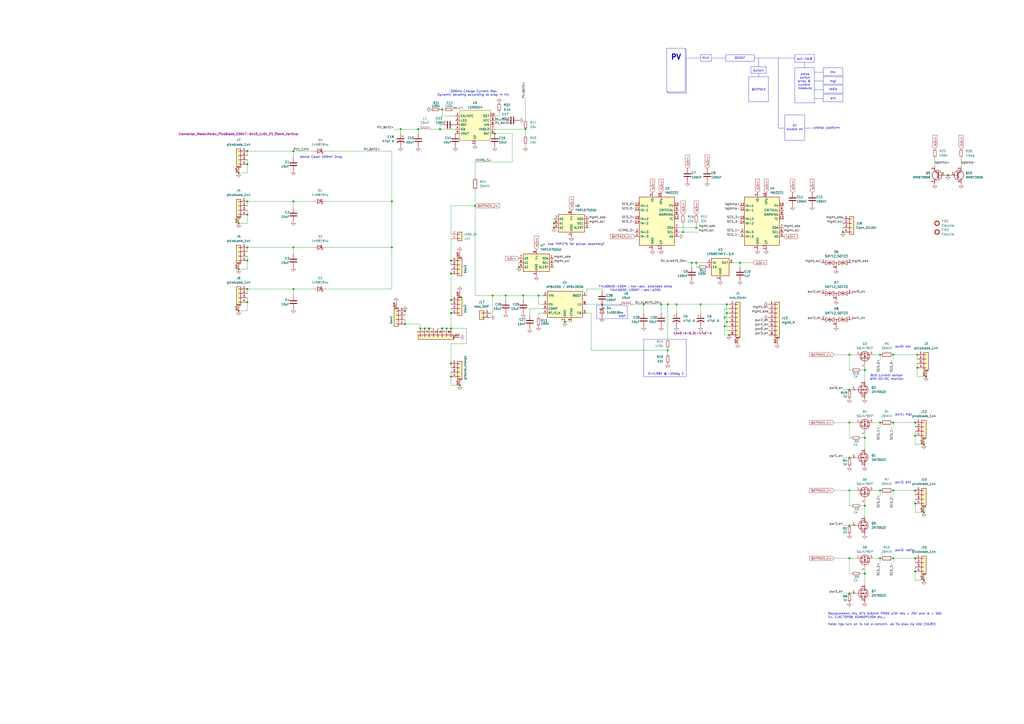
<source format=kicad_sch>
(kicad_sch (version 20231120) (generator "eeschema") (generator_version "8.0")
  (paper "A2")
  (junction (at 421.64 176.53))
  (junction (at 256.54 63.5))
  (junction (at 227.33 116.84))
  (junction (at 321.31 132.08))
  (junction (at 170.18 116.84))
  (junction (at 492.76 245.11))
  (junction (at 420.37 189.23))
  (junction (at 246.38 190.5))
  (junction (at 227.33 143.51))
  (junction (at 421.64 186.69))
  (junction (at 501.65 254))
  (junction (at 234.95 187.96))
  (junction (at 492.76 265.43))
  (junction (at 143.51 151.13))
  (junction (at 421.64 181.61))
  (junction (at 143.51 167.64))
  (junction (at 304.8 74.93))
  (junction (at 532.13 213.36))
  (junction (at 387.35 203.2))
  (junction (at 293.37 171.45))
  (junction (at 327.66 186.69))
  (junction (at 530.86 252.73))
  (junction (at 256.54 190.5))
  (junction (at 234.95 180.34))
  (junction (at 501.65 293.37))
  (junction (at 535.94 297.18))
  (junction (at 312.42 171.45))
  (junction (at 406.4 176.53))
  (junction (at 303.53 171.45))
  (junction (at 530.86 284.48))
  (junction (at 530.86 323.85))
  (junction (at 138.43 129.54))
  (junction (at 261.62 181.61))
  (junction (at 537.21 218.44))
  (junction (at 535.94 336.55))
  (junction (at 170.18 143.51))
  (junction (at 510.54 205.74))
  (junction (at 275.59 119.38))
  (junction (at 518.16 245.11))
  (junction (at 255.27 74.93))
  (junction (at 492.76 323.85))
  (junction (at 373.38 176.53))
  (junction (at 429.26 152.4))
  (junction (at 143.51 95.25))
  (junction (at 143.51 124.46))
  (junction (at 287.02 77.47))
  (junction (at 266.7 223.52))
  (junction (at 488.95 134.62))
  (junction (at 492.76 205.74))
  (junction (at 510.54 284.48))
  (junction (at 261.62 210.82))
  (junction (at 510.54 245.11))
  (junction (at 261.62 151.13))
  (junction (at 518.16 323.85))
  (junction (at 510.54 323.85))
  (junction (at 170.18 167.64))
  (junction (at 492.76 344.17))
  (junction (at 138.43 180.34))
  (junction (at 387.35 176.53))
  (junction (at 501.65 214.63))
  (junction (at 259.08 190.5))
  (junction (at 261.62 218.44))
  (junction (at 170.18 87.63))
  (junction (at 242.57 74.93))
  (junction (at 535.94 257.81))
  (junction (at 383.54 176.53))
  (junction (at 549.91 101.6))
  (junction (at 261.62 158.75))
  (junction (at 232.41 74.93))
  (junction (at 403.86 152.4))
  (junction (at 143.51 175.26))
  (junction (at 501.65 332.74))
  (junction (at 138.43 156.21))
  (junction (at 248.92 190.5))
  (junction (at 138.43 100.33))
  (junction (at 518.16 284.48))
  (junction (at 492.76 226.06))
  (junction (at 422.91 194.31))
  (junction (at 261.62 190.5))
  (junction (at 530.86 331.47))
  (junction (at 401.32 152.4))
  (junction (at 403.86 132.08))
  (junction (at 143.51 143.51))
  (junction (at 530.86 292.1))
  (junction (at 518.16 205.74))
  (junction (at 492.76 284.48))
  (junction (at 530.86 245.11))
  (junction (at 143.51 87.63))
  (junction (at 420.37 184.15))
  (junction (at 492.76 304.8))
  (junction (at 392.43 176.53))
  (junction (at 396.24 134.62))
  (junction (at 349.25 176.53))
  (junction (at 243.84 190.5))
  (junction (at 143.51 116.84))
  (junction (at 285.75 171.45))
  (junction (at 532.13 205.74))
  (junction (at 261.62 173.99))
  (junction (at 300.99 154.94))
  (junction (at 321.31 129.54))
  (wire (pts (xy 303.53 173.99) (xy 303.53 171.45)))
  (wire (pts (xy 405.13 154.94) (xy 403.86 154.94)))
  (wire (pts (xy 304.8 83.82) (xy 304.8 85.09)))
  (wire (pts (xy 143.51 92.71) (xy 143.51 95.25)))
  (wire (pts (xy 383.54 176.53) (xy 387.35 176.53)))
  (wire (pts (xy 506.73 245.11) (xy 510.54 245.11)))
  (wire (pts (xy 170.18 116.84) (xy 170.18 120.65)))
  (polyline (pts (xy 437.515 33.655) (xy 440.055 33.655)))
  (wire (pts (xy 530.86 323.85) (xy 530.86 326.39)))
  (wire (pts (xy 261.62 176.53) (xy 261.62 173.99)))
  (wire (pts (xy 143.51 172.72) (xy 143.51 175.26)))
  (wire (pts (xy 285.75 171.45) (xy 275.59 171.45)))
  (wire (pts (xy 303.53 171.45) (xy 312.42 171.45)))
  (wire (pts (xy 420.37 184.15) (xy 420.37 189.23)))
  (wire (pts (xy 297.18 93.98) (xy 297.18 77.47)))
  (wire (pts (xy 256.54 63.5) (xy 257.81 63.5)))
  (wire (pts (xy 261.62 158.75) (xy 261.62 156.21)))
  (wire (pts (xy 342.9 203.2) (xy 387.35 203.2)))
  (wire (pts (xy 530.86 284.48) (xy 530.86 287.02)))
  (wire (pts (xy 393.7 132.08) (xy 403.86 132.08)))
  (wire (pts (xy 307.34 179.07) (xy 307.34 182.88)))
  (wire (pts (xy 293.37 171.45) (xy 285.75 171.45)))
  (wire (pts (xy 501.65 214.63) (xy 501.65 220.98)))
  (wire (pts (xy 170.18 116.84) (xy 181.61 116.84)))
  (wire (pts (xy 492.76 293.37) (xy 492.76 284.48)))
  (wire (pts (xy 228.6 74.93) (xy 232.41 74.93)))
  (wire (pts (xy 143.51 167.64) (xy 170.18 167.64)))
  (wire (pts (xy 340.36 167.64) (xy 340.36 171.45)))
  (polyline (pts (xy 466.725 36.195) (xy 466.725 39.37)))
  (wire (pts (xy 403.86 132.08) (xy 405.13 132.08)))
  (wire (pts (xy 342.9 181.61) (xy 340.36 181.61)))
  (wire (pts (xy 285.75 171.45) (xy 285.75 181.61)))
  (wire (pts (xy 403.86 129.54) (xy 403.86 132.08)))
  (wire (pts (xy 421.64 181.61) (xy 421.64 186.69)))
  (wire (pts (xy 227.33 87.63) (xy 227.33 116.84)))
  (wire (pts (xy 387.35 176.53) (xy 387.35 196.85)))
  (wire (pts (xy 492.76 254) (xy 492.76 245.11)))
  (wire (pts (xy 143.51 143.51) (xy 143.51 146.05)))
  (wire (pts (xy 542.29 91.44) (xy 542.29 96.52)))
  (wire (pts (xy 494.03 293.37) (xy 492.76 293.37)))
  (wire (pts (xy 387.35 203.2) (xy 387.35 205.74)))
  (wire (pts (xy 403.86 154.94) (xy 403.86 152.4)))
  (wire (pts (xy 501.65 252.73) (xy 501.65 254)))
  (wire (pts (xy 499.11 293.37) (xy 501.65 293.37)))
  (wire (pts (xy 293.37 173.99) (xy 293.37 171.45)))
  (wire (pts (xy 170.18 87.63) (xy 181.61 87.63)))
  (wire (pts (xy 488.95 132.08) (xy 488.95 134.62)))
  (polyline (pts (xy 397.51 28.575) (xy 398.145 28.575)))
  (wire (pts (xy 143.51 129.54) (xy 138.43 129.54)))
  (wire (pts (xy 143.51 180.34) (xy 138.43 180.34)))
  (wire (pts (xy 242.57 74.93) (xy 242.57 77.47)))
  (wire (pts (xy 261.62 158.75) (xy 261.62 173.99)))
  (wire (pts (xy 506.73 205.74) (xy 510.54 205.74)))
  (wire (pts (xy 492.76 323.85) (xy 496.57 323.85)))
  (wire (pts (xy 492.76 214.63) (xy 492.76 205.74)))
  (wire (pts (xy 421.64 186.69) (xy 422.91 186.69)))
  (wire (pts (xy 488.95 304.8) (xy 492.76 304.8)))
  (wire (pts (xy 367.03 176.53) (xy 373.38 176.53)))
  (polyline (pts (xy 472.44 41.91) (xy 477.52 41.91)))
  (polyline (pts (xy 398.145 53.975) (xy 398.145 28.575)))
  (wire (pts (xy 261.62 223.52) (xy 266.7 223.52)))
  (wire (pts (xy 532.13 205.74) (xy 532.13 208.28)))
  (wire (pts (xy 510.54 205.74) (xy 510.54 208.28)))
  (wire (pts (xy 275.59 110.49) (xy 275.59 119.38)))
  (wire (pts (xy 289.56 67.31) (xy 287.02 67.31)))
  (wire (pts (xy 143.51 87.63) (xy 143.51 90.17)))
  (wire (pts (xy 261.62 213.36) (xy 261.62 210.82)))
  (wire (pts (xy 392.43 176.53) (xy 406.4 176.53)))
  (wire (pts (xy 342.9 181.61) (xy 342.9 203.2)))
  (wire (pts (xy 483.87 323.85) (xy 492.76 323.85)))
  (wire (pts (xy 530.86 336.55) (xy 535.94 336.55)))
  (wire (pts (xy 250.19 74.93) (xy 255.27 74.93)))
  (wire (pts (xy 393.7 134.62) (xy 396.24 134.62)))
  (wire (pts (xy 227.33 116.84) (xy 227.33 143.51)))
  (wire (pts (xy 398.78 152.4) (xy 401.32 152.4)))
  (wire (pts (xy 255.27 74.93) (xy 264.16 74.93)))
  (wire (pts (xy 392.43 176.53) (xy 392.43 181.61)))
  (wire (pts (xy 429.26 154.94) (xy 429.26 152.4)))
  (wire (pts (xy 321.31 129.54) (xy 321.31 132.08)))
  (wire (pts (xy 143.51 143.51) (xy 170.18 143.51)))
  (wire (pts (xy 349.25 167.64) (xy 340.36 167.64)))
  (wire (pts (xy 300.99 152.4) (xy 300.99 154.94)))
  (wire (pts (xy 518.16 323.85) (xy 530.86 323.85)))
  (wire (pts (xy 304.8 74.93) (xy 304.8 78.74)))
  (wire (pts (xy 284.48 181.61) (xy 285.75 181.61)))
  (wire (pts (xy 189.23 167.64) (xy 227.33 167.64)))
  (wire (pts (xy 349.25 176.53) (xy 359.41 176.53)))
  (wire (pts (xy 421.64 191.77) (xy 421.64 186.69)))
  (wire (pts (xy 143.51 95.25) (xy 143.51 100.33)))
  (wire (pts (xy 530.86 289.56) (xy 530.86 292.1)))
  (wire (pts (xy 530.86 297.18) (xy 535.94 297.18)))
  (polyline (pts (xy 387.35 53.975) (xy 398.145 53.975)))
  (wire (pts (xy 510.54 284.48) (xy 510.54 287.02)))
  (wire (pts (xy 143.51 87.63) (xy 170.18 87.63)))
  (wire (pts (xy 510.54 245.11) (xy 510.54 247.65)))
  (wire (pts (xy 261.62 199.39) (xy 270.51 199.39)))
  (wire (pts (xy 261.62 119.38) (xy 275.59 119.38)))
  (wire (pts (xy 532.13 210.82) (xy 532.13 213.36)))
  (wire (pts (xy 530.86 252.73) (xy 530.86 257.81)))
  (wire (pts (xy 492.76 226.06) (xy 494.03 226.06)))
  (wire (pts (xy 256.54 67.31) (xy 256.54 63.5)))
  (wire (pts (xy 170.18 143.51) (xy 181.61 143.51)))
  (wire (pts (xy 143.51 100.33) (xy 138.43 100.33)))
  (wire (pts (xy 170.18 167.64) (xy 181.61 167.64)))
  (wire (pts (xy 189.23 143.51) (xy 227.33 143.51)))
  (wire (pts (xy 420.37 189.23) (xy 420.37 194.31)))
  (polyline (pts (xy 472.44 46.99) (xy 477.52 46.99)))
  (wire (pts (xy 494.03 254) (xy 492.76 254)))
  (wire (pts (xy 422.91 184.15) (xy 420.37 184.15)))
  (wire (pts (xy 287.02 69.85) (xy 293.37 69.85)))
  (polyline (pts (xy 455.295 74.295) (xy 451.485 74.295)))
  (polyline (pts (xy 472.44 57.15) (xy 477.52 57.15)))
  (wire (pts (xy 143.51 121.92) (xy 143.51 124.46)))
  (wire (pts (xy 492.76 284.48) (xy 496.57 284.48)))
  (wire (pts (xy 488.95 265.43) (xy 492.76 265.43)))
  (wire (pts (xy 259.08 190.5) (xy 261.62 190.5)))
  (wire (pts (xy 518.16 284.48) (xy 530.86 284.48)))
  (wire (pts (xy 483.87 205.74) (xy 492.76 205.74)))
  (wire (pts (xy 483.87 284.48) (xy 492.76 284.48)))
  (wire (pts (xy 488.95 226.06) (xy 492.76 226.06)))
  (wire (pts (xy 499.11 332.74) (xy 501.65 332.74)))
  (wire (pts (xy 501.65 293.37) (xy 501.65 299.72)))
  (wire (pts (xy 143.51 151.13) (xy 143.51 156.21)))
  (polyline (pts (xy 387.35 53.34) (xy 387.35 53.975)))
  (wire (pts (xy 143.51 167.64) (xy 143.51 170.18)))
  (polyline (pts (xy 398.145 33.655) (xy 406.4 33.655)))
  (wire (pts (xy 501.65 292.1) (xy 501.65 293.37)))
  (wire (pts (xy 403.86 152.4) (xy 410.21 152.4)))
  (wire (pts (xy 518.16 284.48) (xy 518.16 287.02)))
  (wire (pts (xy 312.42 171.45) (xy 314.96 171.45)))
  (wire (pts (xy 261.62 119.38) (xy 261.62 135.89)))
  (wire (pts (xy 246.38 190.5) (xy 243.84 190.5)))
  (wire (pts (xy 422.91 191.77) (xy 421.64 191.77)))
  (wire (pts (xy 492.76 205.74) (xy 496.57 205.74)))
  (wire (pts (xy 189.23 87.63) (xy 227.33 87.63)))
  (wire (pts (xy 518.16 245.11) (xy 530.86 245.11)))
  (wire (pts (xy 488.95 344.17) (xy 492.76 344.17)))
  (wire (pts (xy 248.92 190.5) (xy 246.38 190.5)))
  (polyline (pts (xy 451.485 74.295) (xy 451.485 33.655)))
  (wire (pts (xy 532.13 213.36) (xy 532.13 218.44)))
  (wire (pts (xy 492.76 344.17) (xy 494.03 344.17)))
  (wire (pts (xy 373.38 176.53) (xy 383.54 176.53)))
  (wire (pts (xy 518.16 245.11) (xy 518.16 247.65)))
  (wire (pts (xy 143.51 116.84) (xy 143.51 119.38)))
  (wire (pts (xy 492.76 332.74) (xy 492.76 323.85)))
  (wire (pts (xy 499.11 254) (xy 501.65 254)))
  (wire (pts (xy 501.65 331.47) (xy 501.65 332.74)))
  (wire (pts (xy 293.37 171.45) (xy 303.53 171.45)))
  (wire (pts (xy 261.62 181.61) (xy 261.62 190.5)))
  (wire (pts (xy 406.4 176.53) (xy 406.4 181.61)))
  (wire (pts (xy 143.51 148.59) (xy 143.51 151.13)))
  (wire (pts (xy 232.41 74.93) (xy 242.57 74.93)))
  (wire (pts (xy 143.51 124.46) (xy 143.51 129.54)))
  (wire (pts (xy 261.62 181.61) (xy 261.62 179.07)))
  (wire (pts (xy 506.73 284.48) (xy 510.54 284.48)))
  (wire (pts (xy 170.18 87.63) (xy 170.18 91.44)))
  (wire (pts (xy 256.54 72.39) (xy 255.27 72.39)))
  (wire (pts (xy 234.95 187.96) (xy 234.95 185.42)))
  (wire (pts (xy 530.86 328.93) (xy 530.86 331.47)))
  (wire (pts (xy 421.64 176.53) (xy 421.64 181.61)))
  (wire (pts (xy 255.27 63.5) (xy 256.54 63.5)))
  (wire (pts (xy 373.38 176.53) (xy 373.38 181.61)))
  (wire (pts (xy 254 190.5) (xy 256.54 190.5)))
  (wire (pts (xy 255.27 72.39) (xy 255.27 74.93)))
  (wire (pts (xy 518.16 323.85) (xy 518.16 326.39)))
  (wire (pts (xy 256.54 190.5) (xy 259.08 190.5)))
  (wire (pts (xy 532.13 218.44) (xy 537.21 218.44)))
  (wire (pts (xy 530.86 245.11) (xy 530.86 247.65)))
  (wire (pts (xy 312.42 176.53) (xy 312.42 171.45)))
  (wire (pts (xy 275.59 119.38) (xy 275.59 171.45)))
  (wire (pts (xy 530.86 331.47) (xy 530.86 336.55)))
  (wire (pts (xy 422.91 176.53) (xy 421.64 176.53)))
  (wire (pts (xy 170.18 167.64) (xy 170.18 171.45)))
  (wire (pts (xy 483.87 245.11) (xy 492.76 245.11)))
  (polyline (pts (xy 440.055 33.655) (xy 461.01 33.655)))
  (polyline (pts (xy 472.44 52.07) (xy 477.52 52.07)))
  (wire (pts (xy 327.66 186.69) (xy 331.47 186.69)))
  (polyline (pts (xy 440.055 38.735) (xy 440.055 33.655)))
  (polyline (pts (xy 440.055 42.545) (xy 440.055 44.45)))
  (wire (pts (xy 530.86 257.81) (xy 535.94 257.81)))
  (wire (pts (xy 422.91 179.07) (xy 420.37 179.07)))
  (wire (pts (xy 234.95 182.88) (xy 234.95 180.34)))
  (wire (pts (xy 530.86 292.1) (xy 530.86 297.18)))
  (wire (pts (xy 429.26 152.4) (xy 436.88 152.4)))
  (wire (pts (xy 499.11 214.63) (xy 501.65 214.63)))
  (wire (pts (xy 321.31 127) (xy 321.31 129.54)))
  (wire (pts (xy 396.24 129.54) (xy 396.24 134.62)))
  (wire (pts (xy 170.18 143.51) (xy 170.18 147.32)))
  (wire (pts (xy 243.84 190.5) (xy 243.84 187.96)))
  (wire (pts (xy 189.23 116.84) (xy 227.33 116.84)))
  (wire (pts (xy 287.02 74.93) (xy 304.8 74.93)))
  (wire (pts (xy 143.51 175.26) (xy 143.51 180.34)))
  (wire (pts (xy 261.62 138.43) (xy 261.62 151.13)))
  (wire (pts (xy 492.76 304.8) (xy 494.03 304.8)))
  (wire (pts (xy 304.8 57.15) (xy 304.8 69.85)))
  (wire (pts (xy 312.42 181.61) (xy 312.42 184.15)))
  (wire (pts (xy 396.24 134.62) (xy 405.13 134.62)))
  (wire (pts (xy 401.32 152.4) (xy 401.32 154.94)))
  (wire (pts (xy 422.91 181.61) (xy 421.64 181.61)))
  (wire (pts (xy 518.16 205.74) (xy 518.16 208.28)))
  (wire (pts (xy 557.53 91.44) (xy 557.53 96.52)))
  (wire (pts (xy 349.25 168.91) (xy 349.25 167.64)))
  (wire (pts (xy 143.51 116.84) (xy 170.18 116.84)))
  (wire (pts (xy 429.26 152.4) (xy 425.45 152.4)))
  (wire (pts (xy 501.65 332.74) (xy 501.65 339.09)))
  (wire (pts (xy 261.62 215.9) (xy 261.62 218.44)))
  (wire (pts (xy 289.56 64.77) (xy 289.56 67.31)))
  (wire (pts (xy 420.37 179.07) (xy 420.37 184.15)))
  (wire (pts (xy 297.18 77.47) (xy 287.02 77.47)))
  (wire (pts (xy 387.35 201.93) (xy 387.35 203.2)))
  (wire (pts (xy 243.84 187.96) (xy 234.95 187.96)))
  (wire (pts (xy 143.51 156.21) (xy 138.43 156.21)))
  (wire (pts (xy 261.62 153.67) (xy 261.62 151.13)))
  (wire (pts (xy 501.65 213.36) (xy 501.65 214.63)))
  (wire (pts (xy 314.96 179.07) (xy 307.34 179.07)))
  (wire (pts (xy 270.51 199.39) (xy 270.51 190.5)))
  (wire (pts (xy 506.73 323.85) (xy 510.54 323.85)))
  (wire (pts (xy 232.41 74.93) (xy 232.41 77.47)))
  (wire (pts (xy 492.76 265.43) (xy 494.03 265.43)))
  (wire (pts (xy 340.36 176.53) (xy 349.25 176.53)))
  (wire (pts (xy 518.16 205.74) (xy 532.13 205.74)))
  (wire (pts (xy 510.54 323.85) (xy 510.54 326.39)))
  (wire (pts (xy 406.4 176.53) (xy 421.64 176.53)))
  (polyline (pts (xy 412.75 33.655) (xy 421.005 33.655)))
  (wire (pts (xy 387.35 176.53) (xy 392.43 176.53)))
  (wire (pts (xy 501.65 254) (xy 501.65 260.35)))
  (wire (pts (xy 251.46 190.5) (xy 248.92 190.5)))
  (wire (pts (xy 312.42 181.61) (xy 314.96 181.61)))
  (wire (pts (xy 530.86 250.19) (xy 530.86 252.73)))
  (wire (pts (xy 494.03 332.74) (xy 492.76 332.74)))
  (wire (pts (xy 401.32 152.4) (xy 403.86 152.4)))
  (wire (pts (xy 275.59 93.98) (xy 297.18 93.98)))
  (wire (pts (xy 492.76 245.11) (xy 496.57 245.11)))
  (wire (pts (xy 420.37 194.31) (xy 422.91 194.31)))
  (wire (pts (xy 275.59 102.87) (xy 275.59 93.98)))
  (polyline (pts (xy 466.725 74.295) (xy 471.17 74.295)))
  (wire (pts (xy 261.62 210.82) (xy 261.62 199.39)))
  (wire (pts (xy 494.03 214.63) (xy 492.76 214.63)))
  (wire (pts (xy 270.51 190.5) (xy 261.62 190.5)))
  (wire (pts (xy 227.33 143.51) (xy 227.33 167.64)))
  (wire (pts (xy 383.54 181.61) (xy 383.54 176.53)))
  (wire (pts (xy 422.91 189.23) (xy 420.37 189.23)))
  (wire (pts (xy 314.96 176.53) (xy 312.42 176.53)))
  (wire (pts (xy 261.62 218.44) (xy 261.62 223.52)))
  (wire (pts (xy 264.16 67.31) (xy 256.54 67.31)))
  (rectangle (start 421.005 31.75) (end 437.515 35.56))
  (rectangle (start 455.295 66.675) (end 466.725 81.28))
  (rectangle (start 406.4 31.75) (end 412.75 35.56))
  (rectangle (start 477.52 54.61) (end 488.95 59.055))
  (rectangle (start 477.52 39.37) (end 488.95 43.815))
  (rectangle (start 477.52 44.45) (end 488.95 48.895))
  (rectangle (start 386.715 27.94) (end 397.51 53.34))
  (rectangle (start 435.61 38.735) (end 444.5 42.545))
  (rectangle (start 434.34 44.45) (end 445.77 59.055))
  (rectangle (start 461.01 39.37) (end 472.44 59.69))
  (rectangle (start 477.52 49.53) (end 488.95 53.975))
  (rectangle (start 346.075 177.165) (end 363.855 184.785))
  (rectangle (start 461.01 31.623) (end 472.44 36.068))
  (rectangle (start 373.38 196.85) (end 398.145 218.44))
  (text "MUX" (at 409.448 33.782 0) (effects (font (size 1.27 1.27))))
  (text "mgt" (at 483.235 47.244 0) (effects (font (size 1.27 1.27))))
  (text "Use TMP275 for actual assembly!" (at 334.01 141.732 0) (effects (font (size 1.27 1.27))))
  (text "Replacement: Any DFN 5x6mm PMOS with Vds > 20V and Id > 50A\nEx. CJAC70P06 AGM60P100A etc...\n\nNote: Vgs turn on is not a concern, as its bias via Vdd (16.8V)" (at 480.314 359.156 0) (effects (font (size 1.27 1.27)) (justify left)))
  (text "DNP" (at 360.934 183.642 0) (effects (font (size 1.27 1.27))))
  (text "BOOST" (at 429.26 33.782 0) (effects (font (size 1.27 1.27))))
  (text "pwr0: esc" (at 519.176 201.168 0) (effects (font (size 1.27 1.27)) (justify left)))
  (text "Worse Case: 400mV Drop " (at 173.99 91.186 0) (effects (font (size 1.27 1.27)) (justify left)))
  (text "pwr2: ant\n" (at 519.176 279.908 0) (effects (font (size 1.27 1.27)) (justify left)))
  (text "5V\nalways on" (at 461.01 74.041 0) (effects (font (size 1.27 1.27))))
  (text "pwr3: radio" (at 519.176 319.278 0) (effects (font (size 1.27 1.27)) (justify left)))
  (text "orbital platform" (at 479.552 74.295 0) (effects (font (size 1.27 1.27))))
  (text "O=4.98V @ ~25deg C" (at 386.334 216.916 0) (effects (font (size 1.27 1.27))))
  (text "PV" (at 392.176 33.274 0) (effects (font (size 3 3) (thickness 0.6) (bold yes))))
  (text "~200mA Charge Current Max.\nDynamic derating according to drop in Vin" (at 274.574 54.102 0) (effects (font (size 1.27 1.27))))
  (text "Switch" (at 439.928 41.148 0) (effects (font (size 1.27 1.27))))
  (text "out-16.8" (at 466.725 34.29 0) (effects (font (size 1.27 1.27))))
  (text "BATPACK" (at 440.182 52.07 0) (effects (font (size 1.27 1.27))))
  (text "FXLA0630-100M : non-aec, extended temp\nFAUL0630-100MT : aec-q200" (at 368.554 167.386 0) (effects (font (size 1.27 1.27))))
  (text "BUS current sensor\nWith OV/OC monitor" (at 514.35 218.948 0) (effects (font (size 1.27 1.27))))
  (text "pmos\nswitch\narray & \ncurrent \nmeasure" (at 466.979 47.244 0) (effects (font (size 1.27 1.27))))
  (text "esc" (at 483.235 41.91 0) (effects (font (size 1.27 1.27))))
  (text "radio\n" (at 483.235 51.816 0) (effects (font (size 1.27 1.27))))
  (text "pwr1: mgt" (at 519.176 240.538 0) (effects (font (size 1.27 1.27)) (justify left)))
  (text "ant" (at 483.235 57.15 0) (effects (font (size 1.27 1.27))))
  (label "mgmt_sda" (at 488.95 127 180))
  (label "mgmt_scl" (at 445.77 179.07 180))
  (label "pwr3_en" (at 445.77 194.31 180))
  (label "SCS_1-" (at 429.26 137.16 180))
  (label "mgmt_sda" (at 321.31 149.86 0))
  (label "mgmt_scl" (at 321.31 152.4 0))
  (label "mgmt_sda" (at 341.63 127 0))
  (label "mgmt_scl" (at 341.63 129.54 0))
  (label "SCS_1+" (at 429.26 134.62 180))
  (label "SCS_1+" (at 510.54 247.65 270))
  (label "mgmt_scl" (at 488.95 129.54 180))
  (label "bgtemp+" (at 542.29 95.25 0))
  (label "pwr3_en" (at 488.95 344.17 180))
  (label "SCS_2+" (at 510.54 287.02 270))
  (label "pwr1_en" (at 488.95 265.43 180))
  (label "bc_v+" (at 287.02 69.85 0))
  (label "5V_ALWAYS_ON+" (at 398.78 152.4 180))
  (label "pwr3_en" (at 476.25 185.42 180))
  (label "mgmt_scl" (at 405.13 134.62 0))
  (label "mgmt_sda" (at 454.66 132.08 0))
  (label "bgtemp+" (at 429.26 119.38 180))
  (label "SCS_2-" (at 368.3 129.54 180))
  (label "mgmt_scl" (at 454.66 134.62 0))
  (label "ICHRG_S+" (at 275.59 93.98 0))
  (label "bc_v+" (at 262.89 63.5 0))
  (label "pwr1_en" (at 494.03 185.42 0))
  (label "SCS_3+" (at 510.54 326.39 270))
  (label "ICHRG_S+" (at 368.3 134.62 180))
  (label "pwr2_en" (at 476.25 170.18 180))
  (label "SCS_0+" (at 510.54 208.28 270))
  (label "pwr0_en" (at 445.77 191.77 180))
  (label "SCS_3-" (at 518.16 326.39 270))
  (label "pwr2_en" (at 445.77 186.69 180))
  (label "mgmt_sda" (at 445.77 181.61 180))
  (label "mgmt_scl" (at 476.25 152.4 180))
  (label "SCS_3+" (at 429.26 127 180))
  (label "5V_ALWAYS_ON+" (at 368.3 176.53 0))
  (label "SCS_0+" (at 368.3 119.38 180))
  (label "PV1_CHin" (at 170.18 87.63 0))
  (label "PV_BATO+" (at 304.8 57.15 90))
  (label "SCS_2+" (at 368.3 127 180))
  (label "SCS_2-" (at 518.16 287.02 270))
  (label "SCS_1-" (at 518.16 247.65 270))
  (label "pwr0_en" (at 488.95 226.06 180))
  (label "bgtemp-" (at 429.26 121.92 180))
  (label "pwr2_en" (at 488.95 304.8 180))
  (label "PV_BATO+" (at 287.02 72.39 0))
  (label "SCS_0-" (at 518.16 208.28 270))
  (label "SCS_3-" (at 429.26 129.54 180))
  (label "mgmt_sda" (at 494.03 152.4 0))
  (label "mgmt_sda" (at 405.13 132.08 0))
  (label "PV_BATO+" (at 210.82 87.63 0))
  (label "pwr0_en" (at 494.03 170.18 0))
  (label "SCS_0-" (at 368.3 121.92 180))
  (label "PV_BATO+" (at 228.6 74.93 180))
  (label "pwr1_en" (at 445.77 189.23 180))
  (label "bgtemp-" (at 557.53 95.25 0))
  (global_label "ls3v+" (shape input) (at 378.46 111.76 90) (property "Intersheetrefs" "${INTERSHEET_REFS}" (effects (hide yes))))
  (global_label "ls3v+" (shape input) (at 410.21 97.79 90) (property "Intersheetrefs" "${INTERSHEET_REFS}" (effects (hide yes))))
  (global_label "BATPACK_V+" (shape input) (at 368.3 137.16 180) (property "Intersheetrefs" "${INTERSHEET_REFS}" (effects (hide yes))))
  (global_label "ls3v+" (shape input) (at 454.66 137.16 0) (property "Intersheetrefs" "${INTERSHEET_REFS}" (effects (hide yes))))
  (global_label "ls3v+" (shape input) (at 459.74 111.76 90) (property "Intersheetrefs" "${INTERSHEET_REFS}" (effects (hide yes))))
  (global_label "BATPACK_V+" (shape input) (at 275.59 119.38 0) (property "Intersheetrefs" "${INTERSHEET_REFS}" (effects (hide yes))))
  (global_label "ls3v+" (shape input) (at 439.42 111.76 90) (property "Intersheetrefs" "${INTERSHEET_REFS}" (effects (hide yes))))
  (global_label "ls3v+" (shape input) (at 300.99 149.86 180) (property "Intersheetrefs" "${INTERSHEET_REFS}" (effects (hide yes))))
  (global_label "ls3v+" (shape input) (at 436.88 152.4 0) (property "Intersheetrefs" "${INTERSHEET_REFS}" (effects (hide yes))))
  (global_label "BATPACK_V+" (shape input) (at 483.87 245.11 180) (property "Intersheetrefs" "${INTERSHEET_REFS}" (effects (hide yes))))
  (global_label "ls3v+" (shape input) (at 471.17 111.76 90) (property "Intersheetrefs" "${INTERSHEET_REFS}" (effects (hide yes))))
  (global_label "BATPACK_V+" (shape input) (at 483.87 284.48 180) (property "Intersheetrefs" "${INTERSHEET_REFS}" (effects (hide yes))))
  (global_label "ls3v+" (shape input) (at 403.86 124.46 90) (property "Intersheetrefs" "${INTERSHEET_REFS}" (effects (hide yes))))
  (global_label "ls3v+" (shape input) (at 398.78 97.79 90) (property "Intersheetrefs" "${INTERSHEET_REFS}" (effects (hide yes))))
  (global_label "ls3v+" (shape input) (at 331.47 121.92 90) (property "Intersheetrefs" "${INTERSHEET_REFS}" (effects (hide yes))))
  (global_label "ls3v+" (shape input) (at 557.53 86.36 90) (property "Intersheetrefs" "${INTERSHEET_REFS}" (effects (hide yes))))
  (global_label "ls3v+" (shape input) (at 383.54 111.76 90) (property "Intersheetrefs" "${INTERSHEET_REFS}" (effects (hide yes))))
  (global_label "BATPACK_V+" (shape input) (at 483.87 205.74 180) (property "Intersheetrefs" "${INTERSHEET_REFS}" (effects (hide yes))))
  (global_label "ls3v+" (shape input) (at 396.24 124.46 90) (property "Intersheetrefs" "${INTERSHEET_REFS}" (effects (hide yes))))
  (global_label "ls3v+" (shape input) (at 542.29 86.36 90) (property "Intersheetrefs" "${INTERSHEET_REFS}" (effects (hide yes))))
  (global_label "ls3v+" (shape input) (at 311.15 144.78 90) (property "Intersheetrefs" "${INTERSHEET_REFS}" (effects (hide yes))))
  (global_label "ls3v+" (shape input) (at 444.5 111.76 90) (property "Intersheetrefs" "${INTERSHEET_REFS}" (effects (hide yes))))
  (global_label "BATPACK_V+" (shape input) (at 483.87 323.85 180) (property "Intersheetrefs" "${INTERSHEET_REFS}" (effects (hide yes))))
  (symbol (lib_id "power:GND") (at 445.77 176.53 270) (mirror x) (unit 1)
    (property "Reference" "#PWR15" (effects (hide yes)))
    (property "Value" "GND" (effects (hide yes)))
    (property "Description" "Power symbol creates a global label with name \"GND\" , ground" (effects (hide yes)))
  )
  (symbol (lib_id "Device:R_Small") (at 312.42 186.69 180) (unit 1)
    (property "Reference" "R13" (at 313.69 185.928 0) (effects (justify right)))
    (property "Value" "100k" (at 313.69 187.706 0) (effects (justify right)))
    (property "Footprint" "Resistor_SMD:R_0603_1608Metric" (effects (hide yes)))
    (property "Description" "Resistor, small symbol" (effects (hide yes)))
  )
  (symbol (lib_id "Device:L_Ferrite") (at 363.22 176.53 90) (unit 1)
    (property "Reference" "L6" (at 363.22 170.18 90))
    (property "Value" "10uH" (at 363.22 172.72 90))
    (property "Footprint" "Inductor_SMD:L_APV_ANR6020" (effects (hide yes)))
    (property "Description" "Inductor with ferrite core" (effects (hide yes)))
  )
  (symbol (lib_id "Device:C") (at 398.78 101.6 0) (mirror x) (unit 1)
    (property "Reference" "C7" (at 401.066 100.33 0) (effects (justify left)))
    (property "Value" "100nF" (at 401.066 102.87 0) (effects (justify left)))
    (property "Footprint" "Capacitor_SMD:C_0603_1608Metric" (effects (hide yes)))
    (property "Description" "Unpolarized capacitor" (effects (hide yes)))
  )
  (symbol (lib_id "Transistor_FET:2N7002E") (at 499.11 344.17 0) (unit 1)
    (property "Reference" "Q7" (at 505.46 342.8999 0) (effects (justify left)))
    (property "Value" "2N7002E" (at 505.46 345.4399 0) (effects (justify left)))
    (property "Footprint" "Package_TO_SOT_SMD:SOT-23" (effects (hide yes)))
    (property "Datasheet" "http://www.diodes.com/assets/Datasheets/ds30376.pdf" (effects (hide yes)))
    (property "Description" "0.24A Id, 60V Vds, N-Channel MOSFET, SOT-23" (effects (hide yes)))
  )
  (symbol (lib_id "Device:R") (at 514.35 205.74 90) (unit 1)
    (property "Reference" "R5" (at 514.35 199.39 90))
    (property "Value" "20mili" (at 514.35 201.93 90))
    (property "Footprint" "Resistor_SMD:R_1812_4532Metric" (effects (hide yes)))
    (property "Description" "Resistor" (effects (hide yes)))
  )
  (symbol (lib_id "power:GND") (at 422.91 194.31 0) (mirror y) (unit 1)
    (property "Reference" "#PWR41" (effects (hide yes)))
    (property "Value" "GND" (effects (hide yes)))
    (property "Description" "Power symbol creates a global label with name \"GND\" , ground" (effects (hide yes)))
  )
  (symbol (lib_id "Connector_Generic_MountingPin:Conn_01x04_MountingPin") (at 535.94 287.02 0) (unit 1)
    (property "Reference" "J15" (at 535.94 278.13 0))
    (property "Value" "picoblade_1x4" (at 535.94 280.67 0))
    (property "Footprint" "Connector_Molex:Molex_PicoBlade_53047-0410_1x04_P1.25mm_Vertical" (effects (hide yes)))
    (property "Description" "Generic connectable mounting pin connector, single row, 01x04, script generated (kicad-library-utils/schlib/autogen/connector/)" (effects (hide yes)))
  )
  (symbol (lib_id "power:GND") (at 266.7 168.91 0) (mirror x) (unit 1)
    (property "Reference" "#PWR11" (effects (hide yes)))
    (property "Value" "GND" (effects (hide yes)))
    (property "Description" "Power symbol creates a global label with name \"GND\" , ground" (effects (hide yes)))
  )
  (symbol (lib_id "Transistor_FET:SiSS27DN") (at 501.65 208.28 270) (mirror x) (unit 1)
    (property "Reference" "Q3" (at 501.65 199.39 90))
    (property "Value" "SQJ479EP" (at 501.65 201.93 90))
    (property "Footprint" "RPRP_neo:PowerPak-SO8-EP-Vishay" (effects (hide yes)))
    (property "Datasheet" "http://www.vishay.com/docs/62847/siss27dn.pdf" (effects (hide yes)))
    (property "Description" "-50A Id, -30V Vds, P-Channel MOSFET, PowerPAK 1212-8 Single" (effects (hide yes)))
  )
  (symbol (lib_id "Device:R_Small") (at 496.57 214.63 90) (mirror x) (unit 1)
    (property "Reference" "R18" (at 498.348 216.662 90) (effects (justify left)))
    (property "Value" "1k" (at 497.586 218.44 90) (effects (justify left)))
    (property "Footprint" "Resistor_SMD:R_0603_1608Metric" (effects (hide yes)))
    (property "Description" "Resistor, small symbol" (effects (hide yes)))
  )
  (symbol (lib_id "Device:R") (at 275.59 106.68 180) (unit 1)
    (property "Reference" "R24" (at 278.13 105.4099 0) (effects (justify right)))
    (property "Value" "20mili" (at 278.13 107.9499 0) (effects (justify right)))
    (property "Footprint" "Resistor_SMD:R_1812_4532Metric" (effects (hide yes)))
    (property "Description" "Resistor" (effects (hide yes)))
  )
  (symbol (lib_id "Connector_Generic_MountingPin:Conn_01x04_MountingPin") (at 535.94 247.65 0) (unit 1)
    (property "Reference" "J12" (at 535.94 238.76 0))
    (property "Value" "picoblade_1x4" (at 535.94 241.3 0))
    (property "Footprint" "Connector_Molex:Molex_PicoBlade_53047-0410_1x04_P1.25mm_Vertical" (effects (hide yes)))
    (property "Description" "Generic connectable mounting pin connector, single row, 01x04, script generated (kicad-library-utils/schlib/autogen/connector/)" (effects (hide yes)))
  )
  (symbol (lib_id "Connector_Generic_MountingPin:Conn_01x04_MountingPin") (at 138.43 170.18 0) (mirror y) (unit 1)
    (property "Reference" "J6" (at 138.43 161.29 0))
    (property "Value" "picoblade_1x4" (at 138.43 163.83 0))
    (property "Footprint" "Connector_Molex:Molex_PicoBlade_53047-0410_1x04_P1.25mm_Vertical" (effects (hide yes)))
    (property "Description" "Generic connectable mounting pin connector, single row, 01x04, script generated (kicad-library-utils/schlib/autogen/connector/)" (effects (hide yes)))
  )
  (symbol (lib_id "Device:C") (at 471.17 115.57 0) (mirror x) (unit 1)
    (property "Reference" "C12" (at 473.456 114.3 0) (effects (justify left)))
    (property "Value" "100nF" (at 473.456 116.84 0) (effects (justify left)))
    (property "Footprint" "Capacitor_SMD:C_0603_1608Metric" (effects (hide yes)))
    (property "Description" "Unpolarized capacitor" (effects (hide yes)))
  )
  (symbol (lib_id "power:GND") (at 250.19 63.5 270) (unit 1)
    (property "Reference" "#PWR61" (effects (hide yes)))
    (property "Value" "GND" (effects (hide yes)))
    (property "Description" "Power symbol creates a global label with name \"GND\" , ground" (effects (hide yes)))
  )
  (symbol (lib_id "Transistor_FET:2N7002E") (at 499.11 265.43 0) (unit 1)
    (property "Reference" "Q1" (at 505.46 264.1599 0) (effects (justify left)))
    (property "Value" "2N7002E" (at 505.46 266.6999 0) (effects (justify left)))
    (property "Footprint" "Package_TO_SOT_SMD:SOT-23" (effects (hide yes)))
    (property "Datasheet" "http://www.diodes.com/assets/Datasheets/ds30376.pdf" (effects (hide yes)))
    (property "Description" "0.24A Id, 60V Vds, N-Channel MOSFET, SOT-23" (effects (hide yes)))
  )
  (symbol (lib_id "Diode:SM712_SOT23") (at 485.14 170.18 0) (unit 1)
    (property "Reference" "D7" (at 485.14 163.83 0))
    (property "Value" "SM712_SOT23" (at 485.14 166.37 0))
    (property "Footprint" "Package_TO_SOT_SMD:SOT-23" (effects (hide yes)))
    (property "Datasheet" "https://www.littelfuse.com/~/media/electronics/datasheets/tvs_diode_arrays/littelfuse_tvs_diode_array_sm712_datasheet.pdf.pdf" (effects (hide yes)))
    (property "Description" "7V/12V, 600W Asymmetrical TVS Diode Array, SOT-23" (effects (hide yes)))
  )
  (symbol (lib_id "Device:R_Small") (at 304.8 72.39 0) (unit 1)
    (property "Reference" "R17" (at 307.34 71.1199 0) (effects (justify left)))
    (property "Value" "33k" (at 307.34 73.6599 0) (effects (justify left)))
    (property "Footprint" "Resistor_SMD:R_0603_1608Metric" (effects (hide yes)))
    (property "Description" "Resistor, small symbol" (effects (hide yes)))
  )
  (symbol (lib_id "Device:R_Small") (at 252.73 63.5 90) (unit 1)
    (property "Reference" "R21" (at 255.016 59.69 90) (effects (justify left)))
    (property "Value" "100k" (at 255.27 61.468 90) (effects (justify left)))
    (property "Footprint" "Resistor_SMD:R_0603_1608Metric" (effects (hide yes)))
    (property "Description" "Resistor, small symbol" (effects (hide yes)))
  )
  (symbol (lib_id "Connector_Generic_MountingPin:Conn_01x04_MountingPin") (at 138.43 90.17 0) (mirror y) (unit 1)
    (property "Reference" "J7" (at 138.43 81.28 0))
    (property "Value" "picoblade_1x4" (at 138.43 83.82 0))
    (property "Footprint" "Connector_Molex:Molex_PicoBlade_53047-0410_1x04_P1.25mm_Vertical" (at 138.43 77.724 0))
    (property "Description" "Generic connectable mounting pin connector, single row, 01x04, script generated (kicad-library-utils/schlib/autogen/connector/)" (effects (hide yes)))
  )
  (symbol (lib_id "Device:R_Small") (at 289.56 62.23 0) (unit 1)
    (property "Reference" "R22" (at 292.1 60.9599 0) (effects (justify left)))
    (property "Value" "5.1k" (at 292.1 63.4999 0) (effects (justify left)))
    (property "Footprint" "Resistor_SMD:R_0603_1608Metric" (effects (hide yes)))
    (property "Description" "Resistor, small symbol" (effects (hide yes)))
  )
  (symbol (lib_id "Connector_Generic_MountingPin:Conn_01x04_MountingPin") (at 535.94 326.39 0) (unit 1)
    (property "Reference" "J16" (at 535.94 317.5 0))
    (property "Value" "picoblade_1x4" (at 535.94 320.04 0))
    (property "Footprint" "Connector_Molex:Molex_PicoBlade_53047-0410_1x04_P1.25mm_Vertical" (effects (hide yes)))
    (property "Description" "Generic connectable mounting pin connector, single row, 01x04, script generated (kicad-library-utils/schlib/autogen/connector/)" (effects (hide yes)))
  )
  (symbol (lib_id "Device:C") (at 349.25 172.72 0) (mirror x) (unit 1)
    (property "Reference" "C28" (at 351.536 171.45 0) (effects (justify left)))
    (property "Value" "100nF" (at 351.536 173.99 0) (effects (justify left)))
    (property "Footprint" "Capacitor_SMD:C_0603_1608Metric" (effects (hide yes)))
    (property "Description" "Unpolarized capacitor" (effects (hide yes)))
  )
  (symbol (lib_id "power:GND") (at 410.21 105.41 0) (mirror y) (unit 1)
    (property "Reference" "#PWR32" (effects (hide yes)))
    (property "Value" "GND" (effects (hide yes)))
    (property "Description" "Power symbol creates a global label with name \"GND\" , ground" (effects (hide yes)))
  )
  (symbol (lib_id "power:GND") (at 170.18 99.06 0) (unit 1)
    (property "Reference" "#PWR2" (effects (hide yes)))
    (property "Value" "GND" (effects (hide yes)))
    (property "Description" "Power symbol creates a global label with name \"GND\" , ground" (effects (hide yes)))
  )
  (symbol (lib_id "power:GND") (at 444.5 144.78 0) (mirror y) (unit 1)
    (property "Reference" "#PWR50" (effects (hide yes)))
    (property "Value" "GND" (effects (hide yes)))
    (property "Description" "Power symbol creates a global label with name \"GND\" , ground" (effects (hide yes)))
  )
  (symbol (lib_id "power:GND") (at 501.65 309.88 0) (mirror y) (unit 1)
    (property "Reference" "#PWR21" (effects (hide yes)))
    (property "Value" "GND" (effects (hide yes)))
    (property "Description" "Power symbol creates a global label with name \"GND\" , ground" (effects (hide yes)))
  )
  (symbol (lib_id "power:GND") (at 450.85 199.39 0) (mirror y) (unit 1)
    (property "Reference" "#PWR22" (effects (hide yes)))
    (property "Value" "GND" (effects (hide yes)))
    (property "Description" "Power symbol creates a global label with name \"GND\" , ground" (effects (hide yes)))
  )
  (symbol (lib_id "power:GND") (at 557.53 106.68 0) (mirror y) (unit 1)
    (property "Reference" "#PWR67" (effects (hide yes)))
    (property "Value" "GND" (effects (hide yes)))
    (property "Description" "Power symbol creates a global label with name \"GND\" , ground" (effects (hide yes)))
  )
  (symbol (lib_id "Device:R_Small") (at 492.76 307.34 180) (unit 1)
    (property "Reference" "R2" (at 491.49 306.578 0) (effects (justify left)))
    (property "Value" "1k" (at 491.49 308.61 0) (effects (justify left)))
    (property "Footprint" "Resistor_SMD:R_0603_1608Metric" (effects (hide yes)))
    (property "Description" "Resistor, small symbol" (effects (hide yes)))
  )
  (symbol (lib_id "Mechanical:Fiducial") (at 543.56 134.62 0) (unit 1) (exclude_from_sim yes) (in_bom no)
    (property "Reference" "FID2" (at 546.1 133.3499 0) (effects (justify left)))
    (property "Value" "Fiducial" (at 546.1 135.8899 0) (effects (justify left)))
    (property "Footprint" "Fiducial:Fiducial_1mm_Mask2mm" (effects (hide yes)))
    (property "Description" "Fiducial Marker" (effects (hide yes)))
  )
  (symbol (lib_id "Device:C_Polarized_US") (at 392.43 185.42 0) (unit 1)
    (property "Reference" "C5" (at 396.24 183.5149 0) (effects (justify left)))
    (property "Value" "47uF A" (at 396.24 186.0549 0) (effects (justify left)))
    (property "Footprint" "Capacitor_Tantalum_SMD:CP_EIA-3216-18_Kemet-A_Pad1.58x1.35mm_HandSolder" (effects (hide yes)))
    (property "Datasheet" "CA45-A-6.3V-47uF-K" (at 401.828 193.294 0))
    (property "Description" "Polarized capacitor, US symbol" (effects (hide yes)))
  )
  (symbol (lib_id "Connector_Generic_MountingPin:Conn_01x04_MountingPin") (at 537.21 208.28 0) (unit 1)
    (property "Reference" "J2" (at 537.21 199.39 0))
    (property "Value" "picoblade_1x4" (at 537.21 201.93 0))
    (property "Footprint" "Connector_Molex:Molex_PicoBlade_53047-0410_1x04_P1.25mm_Vertical" (effects (hide yes)))
    (property "Description" "Generic connectable mounting pin connector, single row, 01x04, script generated (kicad-library-utils/schlib/autogen/connector/)" (effects (hide yes)))
  )
  (symbol (lib_id "Device:C") (at 401.32 158.75 180) (unit 1)
    (property "Reference" "C9" (at 399.034 157.48 0) (effects (justify left)))
    (property "Value" "100nF" (at 399.034 160.02 0) (effects (justify left)))
    (property "Footprint" "Capacitor_SMD:C_0603_1608Metric" (effects (hide yes)))
    (property "Description" "Unpolarized capacitor" (effects (hide yes)))
  )
  (symbol (lib_id "power:GND") (at 383.54 189.23 0) (unit 1)
    (property "Reference" "#PWR46" (effects (hide yes)))
    (property "Value" "GND" (effects (hide yes)))
    (property "Description" "Power symbol creates a global label with name \"GND\" , ground" (effects (hide yes)))
  )
  (symbol (lib_id "power:GND") (at 275.59 83.82 0) (unit 1)
    (property "Reference" "#PWR51" (effects (hide yes)))
    (property "Value" "GND" (effects (hide yes)))
    (property "Description" "Power symbol creates a global label with name \"GND\" , ground" (effects (hide yes)))
  )
  (symbol (lib_id "Device:R_Small") (at 396.24 127 0) (unit 1)
    (property "Reference" "R16" (at 398.78 125.7299 0) (effects (justify left)))
    (property "Value" "22k" (at 398.78 128.2699 0) (effects (justify left)))
    (property "Footprint" "Resistor_SMD:R_0603_1608Metric" (effects (hide yes)))
    (property "Description" "Resistor, small symbol" (effects (hide yes)))
  )
  (symbol (lib_id "power:GND") (at 439.42 144.78 0) (mirror y) (unit 1)
    (property "Reference" "#PWR49" (effects (hide yes)))
    (property "Value" "GND" (effects (hide yes)))
    (property "Description" "Power symbol creates a global label with name \"GND\" , ground" (effects (hide yes)))
  )
  (symbol (lib_id "Mechanical:Fiducial") (at 543.56 129.54 0) (unit 1) (exclude_from_sim yes) (in_bom no)
    (property "Reference" "FID1" (at 546.1 128.2699 0) (effects (justify left)))
    (property "Value" "Fiducial" (at 546.1 130.8099 0) (effects (justify left)))
    (property "Footprint" "Fiducial:Fiducial_1mm_Mask2mm" (effects (hide yes)))
    (property "Description" "Fiducial Marker" (effects (hide yes)))
  )
  (symbol (lib_id "Diode:SS12") (at 185.42 167.64 180) (unit 1)
    (property "Reference" "D3" (at 185.7375 161.29 0))
    (property "Value" "1n5819hw" (at 185.7375 163.83 0))
    (property "Footprint" "Diode_SMD:D_SOD-123" (effects (hide yes)))
    (property "Datasheet" "https://www.vishay.com/docs/88746/ss12.pdf" (effects (hide yes)))
    (property "Description" "20V 1A Schottky Diode, SMA" (effects (hide yes)))
  )
  (symbol (lib_id "power:GND") (at 311.15 160.02 0) (mirror y) (unit 1)
    (property "Reference" "#PWR74" (effects (hide yes)))
    (property "Value" "GND" (effects (hide yes)))
    (property "Description" "Power symbol creates a global label with name \"GND\" , ground" (effects (hide yes)))
  )
  (symbol (lib_id "power:GND") (at 170.18 128.27 0) (unit 1)
    (property "Reference" "#PWR3" (effects (hide yes)))
    (property "Value" "GND" (effects (hide yes)))
    (property "Description" "Power symbol creates a global label with name \"GND\" , ground" (effects (hide yes)))
  )
  (symbol (lib_id "power:GND") (at 501.65 349.25 0) (mirror y) (unit 1)
    (property "Reference" "#PWR29" (effects (hide yes)))
    (property "Value" "GND" (effects (hide yes)))
    (property "Description" "Power symbol creates a global label with name \"GND\" , ground" (effects (hide yes)))
  )
  (symbol (lib_id "Diode:SS12") (at 349.25 180.34 270) (unit 1)
    (property "Reference" "D4" (at 351.79 178.7524 90) (effects (justify left)))
    (property "Value" "1n5819hw" (at 351.79 181.2924 90) (effects (justify left)))
    (property "Footprint" "Diode_SMD:D_SOD-123" (effects (hide yes)))
    (property "Datasheet" "https://www.vishay.com/docs/88746/ss12.pdf" (effects (hide yes)))
    (property "Description" "20V 1A Schottky Diode, SMA" (effects (hide yes)))
  )
  (symbol (lib_id "Device:C") (at 307.34 186.69 180) (unit 1)
    (property "Reference" "C27" (at 305.054 185.42 0) (effects (justify left)))
    (property "Value" "10nF" (at 305.054 187.96 0) (effects (justify left)))
    (property "Footprint" "Capacitor_SMD:C_0603_1608Metric" (effects (hide yes)))
    (property "Description" "Unpolarized capacitor" (effects (hide yes)))
  )
  (symbol (lib_id "Device:R_Small") (at 304.8 81.28 0) (unit 1)
    (property "Reference" "R20" (at 307.34 80.0099 0) (effects (justify left)))
    (property "Value" "10k" (at 307.34 82.5499 0) (effects (justify left)))
    (property "Footprint" "Resistor_SMD:R_0603_1608Metric" (effects (hide yes)))
    (property "Description" "Resistor, small symbol" (effects (hide yes)))
  )
  (symbol (lib_id "Device:C") (at 242.57 81.28 180) (unit 1)
    (property "Reference" "C15" (at 240.284 80.01 0) (effects (justify left)))
    (property "Value" "10uF" (at 240.284 82.55 0) (effects (justify left)))
    (property "Footprint" "Capacitor_SMD:C_0805_2012Metric" (effects (hide yes)))
    (property "Description" "Unpolarized capacitor" (effects (hide yes)))
  )
  (symbol (lib_id "Connector_Generic:Conn_01x02") (at 279.4 181.61 0) (mirror y) (unit 1)
    (property "Reference" "J17" (at 279.4 175.26 0))
    (property "Value" "test_DNP" (at 279.4 177.8 0))
    (property "Footprint" "Connector_PinHeader_2.54mm:PinHeader_1x02_P2.54mm_Vertical" (effects (hide yes)))
    (property "Description" "Generic connector, single row, 01x02, script generated (kicad-library-utils/schlib/autogen/connector/)" (effects (hide yes)))
  )
  (symbol (lib_id "Connector_Generic_MountingPin:Conn_01x04_MountingPin") (at 229.87 185.42 180) (unit 1)
    (property "Reference" "J8" (effects (hide yes)))
    (property "Value" "bsw1" (at 226.822 185.42 90))
    (property "Footprint" "Connector_Molex:Molex_PicoBlade_53047-0410_1x04_P1.25mm_Vertical" (effects (hide yes)))
    (property "Description" "Generic connectable mounting pin connector, single row, 01x04, script generated (kicad-library-utils/schlib/autogen/connector/)" (effects (hide yes)))
  )
  (symbol (lib_id "Power_Management:INA3221") (at 381 129.54 0) (unit 1)
    (property "Reference" "U2" (at 385.7341 109.22 0) (effects (justify left)))
    (property "Value" "INA3221" (at 385.7341 111.76 0) (effects (justify left)))
    (property "Footprint" "Package_DFN_QFN:QFN-16-1EP_4x4mm_P0.65mm_EP2.5x2.5mm" (effects (hide yes)))
    (property "Datasheet" "http://www.ti.com/lit/ds/symlink/ina3221.pdf" (effects (hide yes)))
    (property "Description" "Triple-Channel High-Side Shunt and Bus Voltage Monitor with I2C and SMBUS Compatible Interface, QFN-16" (effects (hide yes)))
  )
  (symbol (lib_id "Transistor_FET:SiSS27DN") (at 501.65 247.65 270) (mirror x) (unit 1)
    (property "Reference" "Q4" (at 501.65 238.76 90))
    (property "Value" "SQJ479EP" (at 501.65 241.3 90))
    (property "Footprint" "RPRP_neo:PowerPak-SO8-EP-Vishay" (effects (hide yes)))
    (property "Datasheet" "http://www.vishay.com/docs/62847/siss27dn.pdf" (effects (hide yes)))
    (property "Description" "-50A Id, -30V Vds, P-Channel MOSFET, PowerPAK 1212-8 Single" (effects (hide yes)))
  )
  (symbol (lib_id "power:GND") (at 485.14 173.99 0) (mirror y) (unit 1)
    (property "Reference" "#PWR64" (effects (hide yes)))
    (property "Value" "GND" (effects (hide yes)))
    (property "Description" "Power symbol creates a global label with name \"GND\" , ground" (effects (hide yes)))
  )
  (symbol (lib_id "Device:R_Small") (at 492.76 228.6 180) (unit 1)
    (property "Reference" "R19" (at 491.49 227.838 0) (effects (justify left)))
    (property "Value" "1k" (at 491.49 229.87 0) (effects (justify left)))
    (property "Footprint" "Resistor_SMD:R_0603_1608Metric" (effects (hide yes)))
    (property "Description" "Resistor, small symbol" (effects (hide yes)))
  )
  (symbol (lib_id "Connector_Generic_MountingPin:Conn_01x04_MountingPin") (at 266.7 156.21 0) (mirror x) (unit 1)
    (property "Reference" "J10" (effects (hide yes)))
    (property "Value" "bsw3" (at 269.748 156.21 90))
    (property "Footprint" "Connector_Molex:Molex_PicoBlade_53047-0410_1x04_P1.25mm_Vertical" (effects (hide yes)))
    (property "Description" "Generic connectable mounting pin connector, single row, 01x04, script generated (kicad-library-utils/schlib/autogen/connector/)" (effects (hide yes)))
  )
  (symbol (lib_id "Device:R_Small") (at 557.53 88.9 0) (unit 1)
    (property "Reference" "R26" (at 560.07 87.6299 0) (effects (justify left)))
    (property "Value" "1meg" (at 560.07 90.1699 0) (effects (justify left)))
    (property "Footprint" "Resistor_SMD:R_0603_1608Metric" (effects (hide yes)))
    (property "Description" "Resistor, small symbol" (effects (hide yes)))
  )
  (symbol (lib_id "power:GND") (at 535.94 336.55 0) (mirror y) (unit 1)
    (property "Reference" "#PWR30" (effects (hide yes)))
    (property "Value" "GND" (effects (hide yes)))
    (property "Description" "Power symbol creates a global label with name \"GND\" , ground" (effects (hide yes)))
  )
  (symbol (lib_id "Device:C") (at 297.18 69.85 270) (unit 1)
    (property "Reference" "C17" (at 291.084 66.294 90) (effects (justify left)))
    (property "Value" "10uF" (at 291.084 68.834 90) (effects (justify left)))
    (property "Footprint" "Capacitor_SMD:C_0805_2012Metric" (effects (hide yes)))
    (property "Description" "Unpolarized capacitor" (effects (hide yes)))
  )
  (symbol (lib_id "power:GND") (at 312.42 189.23 0) (unit 1)
    (property "Reference" "#PWR43" (effects (hide yes)))
    (property "Value" "GND" (effects (hide yes)))
    (property "Description" "Power symbol creates a global label with name \"GND\" , ground" (effects (hide yes)))
  )
  (symbol (lib_id "Connector_Generic_MountingPin:Conn_01x08_MountingPin") (at 450.85 184.15 0) (unit 1)
    (property "Reference" "J13" (at 453.39 184.5055 0) (effects (justify left)))
    (property "Value" "mgmt_if" (at 453.39 187.0455 0) (effects (justify left)))
    (property "Footprint" "Connector_Molex:Molex_PicoBlade_53047-0810_1x08_P1.25mm_Vertical" (effects (hide yes)))
    (property "Description" "Generic connectable mounting pin connector, single row, 01x08, script generated (kicad-library-utils/schlib/autogen/connector/)" (effects (hide yes)))
  )
  (symbol (lib_id "power:GND") (at 406.4 189.23 0) (mirror y) (unit 1)
    (property "Reference" "#PWR27" (effects (hide yes)))
    (property "Value" "GND" (effects (hide yes)))
    (property "Description" "Power symbol creates a global label with name \"GND\" , ground" (effects (hide yes)))
  )
  (symbol (lib_id "power:GND") (at 303.53 181.61 0) (unit 1)
    (property "Reference" "#PWR39" (effects (hide yes)))
    (property "Value" "GND" (effects (hide yes)))
    (property "Description" "Power symbol creates a global label with name \"GND\" , ground" (effects (hide yes)))
  )
  (symbol (lib_id "power:GND") (at 284.48 184.15 90) (unit 1)
    (property "Reference" "#PWR36" (effects (hide yes)))
    (property "Value" "GND" (effects (hide yes)))
    (property "Description" "Power symbol creates a global label with name \"GND\" , ground" (effects (hide yes)))
  )
  (symbol (lib_id "Connector_Generic_MountingPin:Conn_01x04_MountingPin") (at 138.43 119.38 0) (mirror y) (unit 1)
    (property "Reference" "J4" (at 138.43 110.49 0))
    (property "Value" "picoblade_1x4" (at 138.43 113.03 0))
    (property "Footprint" "Connector_Molex:Molex_PicoBlade_53047-0410_1x04_P1.25mm_Vertical" (effects (hide yes)))
    (property "Description" "Generic connectable mounting pin connector, single row, 01x04, script generated (kicad-library-utils/schlib/autogen/connector/)" (effects (hide yes)))
  )
  (symbol (lib_id "Device:C") (at 170.18 151.13 180) (unit 1)
    (property "Reference" "C3" (at 167.894 149.86 0) (effects (justify left)))
    (property "Value" "10uF" (at 167.894 152.4 0) (effects (justify left)))
    (property "Footprint" "Capacitor_SMD:C_0805_2012Metric" (effects (hide yes)))
    (property "Description" "Unpolarized capacitor" (effects (hide yes)))
  )
  (symbol (lib_id "power:GND") (at 427.99 199.39 0) (mirror y) (unit 1)
    (property "Reference" "#PWR65" (effects (hide yes)))
    (property "Value" "GND" (effects (hide yes)))
    (property "Description" "Power symbol creates a global label with name \"GND\" , ground" (effects (hide yes)))
  )
  (symbol (lib_id "power:GND") (at 485.14 156.21 0) (mirror y) (unit 1)
    (property "Reference" "#PWR63" (effects (hide yes)))
    (property "Value" "GND" (effects (hide yes)))
    (property "Description" "Power symbol creates a global label with name \"GND\" , ground" (effects (hide yes)))
  )
  (symbol (lib_id "power:GND") (at 387.35 210.82 0) (mirror y) (unit 1)
    (property "Reference" "#PWR47" (effects (hide yes)))
    (property "Value" "GND" (effects (hide yes)))
    (property "Description" "Power symbol creates a global label with name \"GND\" , ground" (effects (hide yes)))
  )
  (symbol (lib_id "Device:C") (at 303.53 177.8 180) (unit 1)
    (property "Reference" "C25" (at 301.244 176.53 0) (effects (justify left)))
    (property "Value" "10uF" (at 301.244 179.07 0) (effects (justify left)))
    (property "Footprint" "Capacitor_SMD:C_0805_2012Metric" (effects (hide yes)))
    (property "Description" "Unpolarized capacitor" (effects (hide yes)))
  )
  (symbol (lib_id "Device:C_Polarized_US") (at 232.41 81.28 0) (mirror y) (unit 1)
    (property "Reference" "C18" (at 228.6 79.3749 0) (effects (justify left)))
    (property "Value" "47uF A" (at 228.6 81.9149 0) (effects (justify left)))
    (property "Footprint" "Capacitor_Tantalum_SMD:CP_EIA-3216-18_Kemet-A_Pad1.58x1.35mm_HandSolder" (effects (hide yes)))
    (property "Datasheet" "CA45-A-6.3V-47uF-K" (effects (hide yes)))
    (property "Description" "Polarized capacitor, US symbol" (effects (hide yes)))
  )
  (symbol (lib_id "Transistor_FET:SiSS27DN") (at 501.65 287.02 270) (mirror x) (unit 1)
    (property "Reference" "Q6" (at 501.65 278.13 90))
    (property "Value" "SQJ479EP" (at 501.65 280.67 90))
    (property "Footprint" "RPRP_neo:PowerPak-SO8-EP-Vishay" (effects (hide yes)))
    (property "Datasheet" "http://www.vishay.com/docs/62847/siss27dn.pdf" (effects (hide yes)))
    (property "Description" "-50A Id, -30V Vds, P-Channel MOSFET, PowerPAK 1212-8 Single" (effects (hide yes)))
  )
  (symbol (lib_id "Device:C") (at 373.38 185.42 180) (unit 1)
    (property "Reference" "C29" (at 371.094 184.15 0) (effects (justify left)))
    (property "Value" "10uF" (at 371.094 186.69 0) (effects (justify left)))
    (property "Footprint" "Capacitor_SMD:C_0805_2012Metric" (effects (hide yes)))
    (property "Description" "Unpolarized capacitor" (effects (hide yes)))
  )
  (symbol (lib_id "Power_Management:INA3221") (at 441.96 129.54 0) (unit 1)
    (property "Reference" "U4" (at 446.6941 109.22 0) (effects (justify left)))
    (property "Value" "INA3221" (at 446.6941 111.76 0) (effects (justify left)))
    (property "Footprint" "Package_DFN_QFN:QFN-16-1EP_4x4mm_P0.65mm_EP2.5x2.5mm" (effects (hide yes)))
    (property "Datasheet" "http://www.ti.com/lit/ds/symlink/ina3221.pdf" (effects (hide yes)))
    (property "Description" "Triple-Channel High-Side Shunt and Bus Voltage Monitor with I2C and SMBUS Compatible Interface, QFN-16" (effects (hide yes)))
  )
  (symbol (lib_id "power:GND") (at 138.43 180.34 0) (unit 1)
    (property "Reference" "#PWR6" (effects (hide yes)))
    (property "Value" "GND" (effects (hide yes)))
    (property "Description" "Power symbol creates a global label with name \"GND\" , ground" (effects (hide yes)))
  )
  (symbol (lib_id "Device:C") (at 170.18 175.26 180) (unit 1)
    (property "Reference" "C4" (at 167.894 173.99 0) (effects (justify left)))
    (property "Value" "10uF" (at 167.894 176.53 0) (effects (justify left)))
    (property "Footprint" "Capacitor_SMD:C_0805_2012Metric" (effects (hide yes)))
    (property "Description" "Unpolarized capacitor" (effects (hide yes)))
  )
  (symbol (lib_id "Connector_Generic_MountingPin:Conn_01x08_MountingPin") (at 427.99 184.15 0) (unit 1)
    (property "Reference" "J1" (at 427.99 170.18 0))
    (property "Value" "mnt_fltctrl" (at 427.99 172.72 0))
    (property "Footprint" "Connector_Molex:Molex_PicoBlade_53047-0810_1x08_P1.25mm_Vertical" (effects (hide yes)))
    (property "Description" "Generic connectable mounting pin connector, single row, 01x08, script generated (kicad-library-utils/schlib/autogen/connector/)" (effects (hide yes)))
  )
  (symbol (lib_id "Connector_Generic:Conn_01x04") (at 494.03 129.54 0) (unit 1)
    (property "Reference" "J18" (at 496.57 129.5399 0) (effects (justify left)))
    (property "Value" "Conn_01x04" (at 496.57 132.0799 0) (effects (justify left)))
    (property "Footprint" "Connector_PinHeader_2.54mm:PinHeader_1x04_P2.54mm_Vertical" (effects (hide yes)))
    (property "Description" "Generic connector, single row, 01x04, script generated (kicad-library-utils/schlib/autogen/connector/)" (effects (hide yes)))
  )
  (symbol (lib_id "Connector_Generic_MountingPin:Conn_01x04_MountingPin") (at 138.43 146.05 0) (mirror y) (unit 1)
    (property "Reference" "J5" (at 138.43 137.16 0))
    (property "Value" "picoblade_1x4" (at 138.43 139.7 0))
    (property "Footprint" "Connector_Molex:Molex_PicoBlade_53047-0410_1x04_P1.25mm_Vertical" (effects (hide yes)))
    (property "Description" "Generic connectable mounting pin connector, single row, 01x04, script generated (kicad-library-utils/schlib/autogen/connector/)" (effects (hide yes)))
  )
  (symbol (lib_id "power:GND") (at 535.94 257.81 0) (mirror y) (unit 1)
    (property "Reference" "#PWR17" (effects (hide yes)))
    (property "Value" "GND" (effects (hide yes)))
    (property "Description" "Power symbol creates a global label with name \"GND\" , ground" (effects (hide yes)))
  )
  (symbol (lib_id "power:GND") (at 234.95 180.34 180) (unit 1)
    (property "Reference" "#PWR10" (effects (hide yes)))
    (property "Value" "GND" (effects (hide yes)))
    (property "Description" "Power symbol creates a global label with name \"GND\" , ground" (effects (hide yes)))
  )
  (symbol (lib_id "Device:R_Small") (at 542.29 88.9 0) (unit 1)
    (property "Reference" "R25" (at 544.83 87.6299 0) (effects (justify left)))
    (property "Value" "100k" (at 544.83 90.1699 0) (effects (justify left)))
    (property "Footprint" "Resistor_SMD:R_0603_1608Metric" (effects (hide yes)))
    (property "Description" "Resistor, small symbol" (effects (hide yes)))
  )
  (symbol (lib_id "power:GND") (at 349.25 184.15 0) (unit 1)
    (property "Reference" "#PWR45" (effects (hide yes)))
    (property "Value" "GND" (effects (hide yes)))
    (property "Description" "Power symbol creates a global label with name \"GND\" , ground" (effects (hide yes)))
  )
  (symbol (lib_id "power:GND") (at 331.47 137.16 0) (mirror y) (unit 1)
    (property "Reference" "#PWR71" (effects (hide yes)))
    (property "Value" "GND" (effects (hide yes)))
    (property "Description" "Power symbol creates a global label with name \"GND\" , ground" (effects (hide yes)))
  )
  (symbol (lib_id "Device:R_Small") (at 492.76 346.71 180) (unit 1)
    (property "Reference" "R8" (at 491.49 345.948 0) (effects (justify left)))
    (property "Value" "1k" (at 491.49 347.98 0) (effects (justify left)))
    (property "Footprint" "Resistor_SMD:R_0603_1608Metric" (effects (hide yes)))
    (property "Description" "Resistor, small symbol" (effects (hide yes)))
  )
  (symbol (lib_id "Device:R_Small") (at 496.57 293.37 90) (mirror x) (unit 1)
    (property "Reference" "R3" (at 498.348 295.402 90) (effects (justify left)))
    (property "Value" "1k" (at 497.586 297.18 90) (effects (justify left)))
    (property "Footprint" "Resistor_SMD:R_0603_1608Metric" (effects (hide yes)))
    (property "Description" "Resistor, small symbol" (effects (hide yes)))
  )
  (symbol (lib_id "power:GND") (at 392.43 189.23 0) (mirror y) (unit 1)
    (property "Reference" "#PWR26" (effects (hide yes)))
    (property "Value" "GND" (effects (hide yes)))
    (property "Description" "Power symbol creates a global label with name \"GND\" , ground" (effects (hide yes)))
  )
  (symbol (lib_id "power:GND") (at 471.17 119.38 0) (mirror y) (unit 1)
    (property "Reference" "#PWR53" (effects (hide yes)))
    (property "Value" "GND" (effects (hide yes)))
    (property "Description" "Power symbol creates a global label with name \"GND\" , ground" (effects (hide yes)))
  )
  (symbol (lib_id "rprp_neo:LGS5524") (at 275.59 72.39 0) (unit 1)
    (property "Reference" "U5" (at 275.59 59.69 0))
    (property "Value" "LGS5524" (at 275.59 62.23 0))
    (property "Footprint" "Package_SO:SSOP-10-1EP_3.9x4.9mm_P1mm_EP2.1x3.3mm" (effects (hide yes)))
    (property "Description" "4-cell Lithium Charger with input current regulation" (effects (hide yes)))
  )
  (symbol (lib_id "power:GND") (at 307.34 190.5 0) (unit 1)
    (property "Reference" "#PWR42" (effects (hide yes)))
    (property "Value" "GND" (effects (hide yes)))
    (property "Description" "Power symbol creates a global label with name \"GND\" , ground" (effects (hide yes)))
  )
  (symbol (lib_id "Diode:SS12") (at 185.42 116.84 180) (unit 1)
    (property "Reference" "D1" (at 185.7375 110.49 0))
    (property "Value" "1n5819hw" (at 185.7375 113.03 0))
    (property "Footprint" "Diode_SMD:D_SOD-123" (effects (hide yes)))
    (property "Datasheet" "https://www.vishay.com/docs/88746/ss12.pdf" (effects (hide yes)))
    (property "Description" "20V 1A Schottky Diode, SMA" (effects (hide yes)))
  )
  (symbol (lib_id "Diode:SM712_SOT23") (at 485.14 152.4 0) (unit 1)
    (property "Reference" "D6" (at 485.14 146.05 0))
    (property "Value" "SM712_SOT23" (at 485.14 148.59 0))
    (property "Footprint" "Package_TO_SOT_SMD:SOT-23" (effects (hide yes)))
    (property "Datasheet" "https://www.littelfuse.com/~/media/electronics/datasheets/tvs_diode_arrays/littelfuse_tvs_diode_array_sm712_datasheet.pdf.pdf" (effects (hide yes)))
    (property "Description" "7V/12V, 600W Asymmetrical TVS Diode Array, SOT-23" (effects (hide yes)))
  )
  (symbol (lib_id "power:GND") (at 488.95 134.62 0) (mirror y) (unit 1)
    (property "Reference" "#PWR75" (effects (hide yes)))
    (property "Value" "GND" (effects (hide yes)))
    (property "Description" "Power symbol creates a global label with name \"GND\" , ground" (effects (hide yes)))
  )
  (symbol (lib_id "power:GND") (at 293.37 181.61 0) (unit 1)
    (property "Reference" "#PWR40" (effects (hide yes)))
    (property "Value" "GND" (effects (hide yes)))
    (property "Description" "Power symbol creates a global label with name \"GND\" , ground" (effects (hide yes)))
  )
  (symbol (lib_id "power:GND") (at 287.02 85.09 0) (mirror y) (unit 1)
    (property "Reference" "#PWR56" (effects (hide yes)))
    (property "Value" "GND" (effects (hide yes)))
    (property "Description" "Power symbol creates a global label with name \"GND\" , ground" (effects (hide yes)))
  )
  (symbol (lib_id "Device:R_Small") (at 407.67 154.94 270) (unit 1)
    (property "Reference" "R11" (at 409.702 156.972 90) (effects (justify right)))
    (property "Value" "100k" (at 409.702 158.75 90) (effects (justify right)))
    (property "Footprint" "Resistor_SMD:R_0603_1608Metric" (effects (hide yes)))
    (property "Description" "Resistor, small symbol" (effects (hide yes)))
  )
  (symbol (lib_id "Transistor_BJT:MMBT3906") (at 554.99 101.6 0) (mirror x) (unit 1)
    (property "Reference" "Q10" (at 560.07 100.3299 0) (effects (justify left)))
    (property "Value" "MMBT3906" (at 560.07 102.8699 0) (effects (justify left)))
    (property "Footprint" "Package_TO_SOT_SMD:SOT-23" (effects (hide yes)))
    (property "Datasheet" "https://www.onsemi.com/pdf/datasheet/pzt3906-d.pdf" (effects (hide yes)))
    (property "Description" "-0.2A Ic, -40V Vce, Small Signal PNP Transistor, SOT-23" (effects (hide yes)))
  )
  (symbol (lib_id "Device:C") (at 170.18 95.25 180) (unit 1)
    (property "Reference" "C1" (at 167.894 93.98 0) (effects (justify left)))
    (property "Value" "10uF" (at 167.894 96.52 0) (effects (justify left)))
    (property "Footprint" "Capacitor_SMD:C_0805_2012Metric" (effects (hide yes)))
    (property "Description" "Unpolarized capacitor" (effects (hide yes)))
  )
  (symbol (lib_id "power:GND") (at 300.99 154.94 0) (mirror y) (unit 1)
    (property "Reference" "#PWR73" (effects (hide yes)))
    (property "Value" "GND" (effects (hide yes)))
    (property "Description" "Power symbol creates a global label with name \"GND\" , ground" (effects (hide yes)))
  )
  (symbol (lib_id "power:GND") (at 378.46 144.78 0) (mirror y) (unit 1)
    (property "Reference" "#PWR24" (effects (hide yes)))
    (property "Value" "GND" (effects (hide yes)))
    (property "Description" "Power symbol creates a global label with name \"GND\" , ground" (effects (hide yes)))
  )
  (symbol (lib_id "power:GND") (at 417.83 162.56 0) (mirror y) (unit 1)
    (property "Reference" "#PWR33" (effects (hide yes)))
    (property "Value" "GND" (effects (hide yes)))
    (property "Description" "Power symbol creates a global label with name \"GND\" , ground" (effects (hide yes)))
  )
  (symbol (lib_id "Regulator_Linear:LP5907MFX-3.3") (at 417.83 154.94 0) (unit 1)
    (property "Reference" "U3" (at 417.83 144.78 0))
    (property "Value" "LP5907MFX-3.3" (at 417.83 147.32 0))
    (property "Footprint" "Package_TO_SOT_SMD:SOT-23-5" (effects (hide yes)))
    (property "Datasheet" "http://www.ti.com/lit/ds/symlink/lp5907.pdf" (effects (hide yes)))
    (property "Description" "250-mA Ultra-Low-Noise Low-IQ LDO, 3.3V, SOT-23" (effects (hide yes)))
  )
  (symbol (lib_id "power:GND") (at 138.43 100.33 0) (unit 1)
    (property "Reference" "#PWR48" (effects (hide yes)))
    (property "Value" "GND" (effects (hide yes)))
    (property "Description" "Power symbol creates a global label with name \"GND\" , ground" (effects (hide yes)))
  )
  (symbol (lib_id "Diode:SS12") (at 185.42 87.63 180) (unit 1)
    (property "Reference" "D5" (at 185.7375 81.28 0))
    (property "Value" "1n5819hw" (at 185.7375 83.82 0))
    (property "Footprint" "Diode_SMD:D_SOD-123" (effects (hide yes)))
    (property "Datasheet" "https://www.vishay.com/docs/88746/ss12.pdf" (effects (hide yes)))
    (property "Description" "20V 1A Schottky Diode, SMA" (effects (hide yes)))
  )
  (symbol (lib_id "power:GND") (at 266.7 195.58 90) (unit 1)
    (property "Reference" "#PWR9" (effects (hide yes)))
    (property "Value" "GND" (effects (hide yes)))
    (property "Description" "Power symbol creates a global label with name \"GND\" , ground" (effects (hide yes)))
  )
  (symbol (lib_id "power:GND") (at 289.56 59.69 180) (unit 1)
    (property "Reference" "#PWR59" (effects (hide yes)))
    (property "Value" "GND" (effects (hide yes)))
    (property "Description" "Power symbol creates a global label with name \"GND\" , ground" (effects (hide yes)))
  )
  (symbol (lib_id "Device:R") (at 514.35 323.85 90) (unit 1)
    (property "Reference" "R10" (at 514.35 317.5 90))
    (property "Value" "20mili" (at 514.35 320.04 90))
    (property "Footprint" "Resistor_SMD:R_1812_4532Metric" (effects (hide yes)))
    (property "Description" "Resistor" (effects (hide yes)))
  )
  (symbol (lib_id "Device:C") (at 459.74 115.57 0) (mirror x) (unit 1)
    (property "Reference" "C11" (at 462.026 114.3 0) (effects (justify left)))
    (property "Value" "100nF" (at 462.026 116.84 0) (effects (justify left)))
    (property "Footprint" "Capacitor_SMD:C_0603_1608Metric" (effects (hide yes)))
    (property "Description" "Unpolarized capacitor" (effects (hide yes)))
  )
  (symbol (lib_id "power:GND") (at 492.76 231.14 0) (mirror y) (unit 1)
    (property "Reference" "#PWR69" (effects (hide yes)))
    (property "Value" "GND" (effects (hide yes)))
    (property "Description" "Power symbol creates a global label with name \"GND\" , ground" (effects (hide yes)))
  )
  (symbol (lib_id "Device:R_Small") (at 387.35 208.28 0) (mirror y) (unit 1)
    (property "Reference" "R15" (at 384.81 207.0099 0) (effects (justify left)))
    (property "Value" "22k" (at 384.81 209.5499 0) (effects (justify left)))
    (property "Footprint" "Resistor_SMD:R_0603_1608Metric" (effects (hide yes)))
    (property "Description" "Resistor, small symbol" (effects (hide yes)))
  )
  (symbol (lib_id "power:GND") (at 492.76 270.51 0) (mirror y) (unit 1)
    (property "Reference" "#PWR19" (effects (hide yes)))
    (property "Value" "GND" (effects (hide yes)))
    (property "Description" "Power symbol creates a global label with name \"GND\" , ground" (effects (hide yes)))
  )
  (symbol (lib_id "power:GND") (at 501.65 231.14 0) (mirror y) (unit 1)
    (property "Reference" "#PWR68" (effects (hide yes)))
    (property "Value" "GND" (effects (hide yes)))
    (property "Description" "Power symbol creates a global label with name \"GND\" , ground" (effects (hide yes)))
  )
  (symbol (lib_id "Device:C_Polarized_US") (at 406.4 185.42 0) (unit 1)
    (property "Reference" "C6" (at 410.21 183.5149 0) (effects (justify left)))
    (property "Value" "47uF A" (at 410.21 186.0549 0) (effects (justify left)))
    (property "Footprint" "Capacitor_Tantalum_SMD:CP_EIA-3216-18_Kemet-A_Pad1.58x1.35mm_HandSolder" (effects (hide yes)))
    (property "Datasheet" "CA45-A-6.3V-47uF-K" (effects (hide yes)))
    (property "Description" "Polarized capacitor, US symbol" (effects (hide yes)))
  )
  (symbol (lib_id "power:GND") (at 373.38 189.23 0) (unit 1)
    (property "Reference" "#PWR38" (effects (hide yes)))
    (property "Value" "GND" (effects (hide yes)))
    (property "Description" "Power symbol creates a global label with name \"GND\" , ground" (effects (hide yes)))
  )
  (symbol (lib_id "Transistor_BJT:MMBT3906") (at 544.83 101.6 180) (unit 1)
    (property "Reference" "Q9" (at 539.75 100.3299 0) (effects (justify left)))
    (property "Value" "MMBT3906" (at 539.75 102.8699 0) (effects (justify left)))
    (property "Footprint" "Package_TO_SOT_SMD:SOT-23" (effects (hide yes)))
    (property "Datasheet" "https://www.onsemi.com/pdf/datasheet/pzt3906-d.pdf" (effects (hide yes)))
    (property "Description" "-0.2A Ic, -40V Vce, Small Signal PNP Transistor, SOT-23" (effects (hide yes)))
  )
  (symbol (lib_id "power:GND") (at 304.8 85.09 0) (mirror y) (unit 1)
    (property "Reference" "#PWR57" (effects (hide yes)))
    (property "Value" "GND" (effects (hide yes)))
    (property "Description" "Power symbol creates a global label with name \"GND\" , ground" (effects (hide yes)))
  )
  (symbol (lib_id "power:GND") (at 393.7 137.16 90) (mirror x) (unit 1)
    (property "Reference" "#PWR37" (effects (hide yes)))
    (property "Value" "GND" (effects (hide yes)))
    (property "Description" "Power symbol creates a global label with name \"GND\" , ground" (effects (hide yes)))
  )
  (symbol (lib_id "power:GND") (at 138.43 129.54 0) (unit 1)
    (property "Reference" "#PWR1" (effects (hide yes)))
    (property "Value" "GND" (effects (hide yes)))
    (property "Description" "Power symbol creates a global label with name \"GND\" , ground" (effects (hide yes)))
  )
  (symbol (lib_id "Device:R_Small") (at 496.57 332.74 90) (mirror x) (unit 1)
    (property "Reference" "R9" (at 498.348 334.772 90) (effects (justify left)))
    (property "Value" "1k" (at 497.586 336.55 90) (effects (justify left)))
    (property "Footprint" "Resistor_SMD:R_0603_1608Metric" (effects (hide yes)))
    (property "Description" "Resistor, small symbol" (effects (hide yes)))
  )
  (symbol (lib_id "power:GND") (at 170.18 154.94 0) (unit 1)
    (property "Reference" "#PWR5" (effects (hide yes)))
    (property "Value" "GND" (effects (hide yes)))
    (property "Description" "Power symbol creates a global label with name \"GND\" , ground" (effects (hide yes)))
  )
  (symbol (lib_id "Connector_Generic:Conn_01x02") (at 266.7 138.43 0) (mirror x) (unit 1)
    (property "Reference" "J14" (at 269.24 138.4301 0) (effects (justify left)))
    (property "Value" "xt30_2x" (at 269.24 135.8901 0) (effects (justify left)))
    (property "Footprint" "Connector_AMASS:AMASS_XT30PW-M_1x02_P2.50mm_Horizontal" (effects (hide yes)))
    (property "Description" "Generic connector, single row, 01x02, script generated (kicad-library-utils/schlib/autogen/connector/)" (effects (hide yes)))
  )
  (symbol (lib_id "Device:R") (at 514.35 284.48 90) (unit 1)
    (property "Reference" "R7" (at 514.35 278.13 90))
    (property "Value" "20mili" (at 514.35 280.67 90))
    (property "Footprint" "Resistor_SMD:R_1812_4532Metric" (effects (hide yes)))
    (property "Description" "Resistor" (effects (hide yes)))
  )
  (symbol (lib_id "Device:R") (at 514.35 245.11 90) (unit 1)
    (property "Reference" "R1" (at 514.35 238.76 90))
    (property "Value" "20mili" (at 514.35 241.3 90))
    (property "Footprint" "Resistor_SMD:R_1812_4532Metric" (effects (hide yes)))
    (property "Description" "Resistor" (effects (hide yes)))
  )
  (symbol (lib_id "Transistor_FET:2N7002E") (at 499.11 226.06 0) (unit 1)
    (property "Reference" "Q2" (at 505.46 224.7899 0) (effects (justify left)))
    (property "Value" "2N7002E" (at 505.46 227.3299 0) (effects (justify left)))
    (property "Footprint" "Package_TO_SOT_SMD:SOT-23" (effects (hide yes)))
    (property "Datasheet" "http://www.diodes.com/assets/Datasheets/ds30376.pdf" (effects (hide yes)))
    (property "Description" "0.24A Id, 60V Vds, N-Channel MOSFET, SOT-23" (effects (hide yes)))
  )
  (symbol (lib_id "Device:C") (at 429.26 158.75 0) (mirror x) (unit 1)
    (property "Reference" "C10" (at 431.546 157.48 0) (effects (justify left)))
    (property "Value" "1uF" (at 431.546 160.02 0) (effects (justify left)))
    (property "Footprint" "Capacitor_SMD:C_0603_1608Metric" (effects (hide yes)))
    (property "Description" "Unpolarized capacitor" (effects (hide yes)))
  )
  (symbol (lib_id "Device:C") (at 293.37 177.8 180) (unit 1)
    (property "Reference" "C26" (at 291.084 176.53 0) (effects (justify left)))
    (property "Value" "10uF" (at 291.084 179.07 0) (effects (justify left)))
    (property "Footprint" "Capacitor_SMD:C_0805_2012Metric" (effects (hide yes)))
    (property "Description" "Unpolarized capacitor" (effects (hide yes)))
  )
  (symbol (lib_id "power:GND") (at 401.32 162.56 0) (unit 1)
    (property "Reference" "#PWR34" (effects (hide yes)))
    (property "Value" "GND" (effects (hide yes)))
    (property "Description" "Power symbol creates a global label with name \"GND\" , ground" (effects (hide yes)))
  )
  (symbol (lib_id "power:GND") (at 327.66 186.69 0) (unit 1)
    (property "Reference" "#PWR44" (effects (hide yes)))
    (property "Value" "GND" (effects (hide yes)))
    (property "Description" "Power symbol creates a global label with name \"GND\" , ground" (effects (hide yes)))
  )
  (symbol (lib_id "Transistor_FET:2N7002E") (at 499.11 304.8 0) (unit 1)
    (property "Reference" "Q5" (at 505.46 303.5299 0) (effects (justify left)))
    (property "Value" "2N7002E" (at 505.46 306.0699 0) (effects (justify left)))
    (property "Footprint" "Package_TO_SOT_SMD:SOT-23" (effects (hide yes)))
    (property "Datasheet" "http://www.diodes.com/assets/Datasheets/ds30376.pdf" (effects (hide yes)))
    (property "Description" "0.24A Id, 60V Vds, N-Channel MOSFET, SOT-23" (effects (hide yes)))
  )
  (symbol (lib_id "power:GND") (at 429.26 162.56 0) (mirror y) (unit 1)
    (property "Reference" "#PWR35" (effects (hide yes)))
    (property "Value" "GND" (effects (hide yes)))
    (property "Description" "Power symbol creates a global label with name \"GND\" , ground" (effects (hide yes)))
  )
  (symbol (lib_id "Device:C") (at 260.35 72.39 270) (mirror x) (unit 1)
    (property "Reference" "C13" (at 252.73 68.58 90) (effects (justify left)))
    (property "Value" "100nF" (at 252.73 71.12 90) (effects (justify left)))
    (property "Footprint" "Capacitor_SMD:C_0603_1608Metric" (effects (hide yes)))
    (property "Description" "Unpolarized capacitor" (effects (hide yes)))
  )
  (symbol (lib_id "power:GND") (at 535.94 297.18 0) (mirror y) (unit 1)
    (property "Reference" "#PWR25" (effects (hide yes)))
    (property "Value" "GND" (effects (hide yes)))
    (property "Description" "Power symbol creates a global label with name \"GND\" , ground" (effects (hide yes)))
  )
  (symbol (lib_id "power:GND") (at 445.77 184.15 270) (mirror x) (unit 1)
    (property "Reference" "#PWR16" (effects (hide yes)))
    (property "Value" "GND" (effects (hide yes)))
    (property "Description" "Power symbol creates a global label with name \"GND\" , ground" (effects (hide yes)))
  )
  (symbol (lib_id "power:GND") (at 232.41 85.09 0) (unit 1)
    (property "Reference" "#PWR60" (effects (hide yes)))
    (property "Value" "GND" (effects (hide yes)))
    (property "Description" "Power symbol creates a global label with name \"GND\" , ground" (effects (hide yes)))
  )
  (symbol (lib_id "power:GND") (at 459.74 119.38 0) (mirror y) (unit 1)
    (property "Reference" "#PWR52" (effects (hide yes)))
    (property "Value" "GND" (effects (hide yes)))
    (property "Description" "Power symbol creates a global label with name \"GND\" , ground" (effects (hide yes)))
  )
  (symbol (lib_id "power:GND") (at 398.78 105.41 0) (mirror y) (unit 1)
    (property "Reference" "#PWR31" (effects (hide yes)))
    (property "Value" "GND" (effects (hide yes)))
    (property "Description" "Power symbol creates a global label with name \"GND\" , ground" (effects (hide yes)))
  )
  (symbol (lib_id "Device:L_Ferrite") (at 246.38 74.93 90) (unit 1)
    (property "Reference" "L1" (at 246.38 68.58 90))
    (property "Value" "10uH" (at 246.38 71.12 90))
    (property "Footprint" "Inductor_SMD:L_APV_ANR6020" (effects (hide yes)))
    (property "Description" "Inductor with ferrite core" (effects (hide yes)))
  )
  (symbol (lib_id "power:GND") (at 170.18 179.07 0) (unit 1)
    (property "Reference" "#PWR7" (effects (hide yes)))
    (property "Value" "GND" (effects (hide yes)))
    (property "Description" "Power symbol creates a global label with name \"GND\" , ground" (effects (hide yes)))
  )
  (symbol (lib_id "power:GND") (at 242.57 85.09 0) (unit 1)
    (property "Reference" "#PWR55" (effects (hide yes)))
    (property "Value" "GND" (effects (hide yes)))
    (property "Description" "Power symbol creates a global label with name \"GND\" , ground" (effects (hide yes)))
  )
  (symbol (lib_id "power:GND") (at 537.21 218.44 0) (mirror y) (unit 1)
    (property "Reference" "#PWR14" (effects (hide yes)))
    (property "Value" "GND" (effects (hide yes)))
    (property "Description" "Power symbol creates a global label with name \"GND\" , ground" (effects (hide yes)))
  )
  (symbol (lib_id "Connector_Generic_MountingPin:Conn_01x08_MountingPin") (at 251.46 195.58 90) (mirror x) (unit 1)
    (property "Reference" "J3" (effects (hide yes)))
    (property "Value" "Conn_01x08_MountingPin" (effects (hide yes)))
    (property "Footprint" "Connector_Molex:Molex_PicoBlade_53047-0810_1x08_P1.25mm_Vertical" (effects (hide yes)))
    (property "Description" "Generic connectable mounting pin connector, single row, 01x08, script generated (kicad-library-utils/schlib/autogen/connector/)" (effects (hide yes)))
  )
  (symbol (lib_id "power:GND") (at 138.43 156.21 0) (unit 1)
    (property "Reference" "#PWR4" (effects (hide yes)))
    (property "Value" "GND" (effects (hide yes)))
    (property "Description" "Power symbol creates a global label with name \"GND\" , ground" (effects (hide yes)))
  )
  (symbol (lib_id "Transistor_FET:SiSS27DN") (at 501.65 326.39 270) (mirror x) (unit 1)
    (property "Reference" "Q8" (at 501.65 317.5 90))
    (property "Value" "SQJ479EP" (at 501.65 320.04 90))
    (property "Footprint" "RPRP_neo:PowerPak-SO8-EP-Vishay" (effects (hide yes)))
    (property "Datasheet" "http://www.vishay.com/docs/62847/siss27dn.pdf" (effects (hide yes)))
    (property "Description" "-50A Id, -30V Vds, P-Channel MOSFET, PowerPAK 1212-8 Single" (effects (hide yes)))
  )
  (symbol (lib_id "power:GND") (at 229.87 175.26 180) (unit 1)
    (property "Reference" "#PWR8" (effects (hide yes)))
    (property "Value" "GND" (effects (hide yes)))
    (property "Description" "Power symbol creates a global label with name \"GND\" , ground" (effects (hide yes)))
  )
  (symbol (lib_id "Sensor_Temperature:TMP1075DGK") (at 331.47 129.54 0) (unit 1)
    (property "Reference" "U6" (at 333.6641 119.38 0) (effects (justify left)))
    (property "Value" "TMP1075DGK" (at 333.6641 121.92 0) (effects (justify left)))
    (property "Footprint" "Package_SO:VSSOP-8_3x3mm_P0.65mm" (effects (hide yes)))
    (property "Datasheet" "https://www.ti.com/lit/gpn/tmp1075" (effects (hide yes)))
    (property "Description" "I2C-bus digital temperature sensor and thermal watchdog, VSSOP-8" (effects (hide yes)))
  )
  (symbol (lib_id "Device:R_Small") (at 387.35 199.39 0) (mirror y) (unit 1)
    (property "Reference" "R14" (at 384.81 198.1199 0) (effects (justify left)))
    (property "Value" "115k" (at 384.81 200.6599 0) (effects (justify left)))
    (property "Footprint" "Resistor_SMD:R_0603_1608Metric" (effects (hide yes)))
    (property "Description" "Resistor, small symbol" (effects (hide yes)))
  )
  (symbol (lib_id "power:GND") (at 300.99 69.85 90) (unit 1)
    (property "Reference" "#PWR58" (effects (hide yes)))
    (property "Value" "GND" (effects (hide yes)))
    (property "Description" "Power symbol creates a global label with name \"GND\" , ground" (effects (hide yes)))
  )
  (symbol (lib_id "Diode:SS12") (at 185.42 143.51 180) (unit 1)
    (property "Reference" "D2" (at 185.7375 137.16 0))
    (property "Value" "1n5819hw" (at 185.7375 139.7 0))
    (property "Footprint" "Diode_SMD:D_SOD-123" (effects (hide yes)))
    (property "Datasheet" "https://www.vishay.com/docs/88746/ss12.pdf" (effects (hide yes)))
    (property "Description" "20V 1A Schottky Diode, SMA" (effects (hide yes)))
  )
  (symbol (lib_id "power:GND") (at 266.7 146.05 0) (mirror x) (unit 1)
    (property "Reference" "#PWR12" (effects (hide yes)))
    (property "Value" "GND" (effects (hide yes)))
    (property "Description" "Power symbol creates a global label with name \"GND\" , ground" (effects (hide yes)))
  )
  (symbol (lib_id "Connector_Generic_MountingPin:Conn_01x04_MountingPin") (at 266.7 213.36 0) (unit 1)
    (property "Reference" "J11" (effects (hide yes)))
    (property "Value" "ground_charge" (at 269.748 213.36 90))
    (property "Footprint" "Connector_Molex:Molex_PicoBlade_53047-0410_1x04_P1.25mm_Vertical" (effects (hide yes)))
    (property "Description" "Generic connectable mounting pin connector, single row, 01x04, script generated (kicad-library-utils/schlib/autogen/connector/)" (effects (hide yes)))
  )
  (symbol (lib_id "Device:R_Small") (at 260.35 63.5 90) (unit 1)
    (property "Reference" "R23" (at 262.636 59.69 90) (effects (justify left)))
    (property "Value" "100k" (at 262.89 61.468 90) (effects (justify left)))
    (property "Footprint" "Resistor_SMD:R_0603_1608Metric" (effects (hide yes)))
    (property "Description" "Resistor, small symbol" (effects (hide yes)))
  )
  (symbol (lib_id "Diode:SM712_SOT23") (at 485.14 185.42 0) (mirror y) (unit 1)
    (property "Reference" "D8" (at 485.14 179.07 0))
    (property "Value" "SM712_SOT23" (at 485.14 181.61 0))
    (property "Footprint" "Package_TO_SOT_SMD:SOT-23" (effects (hide yes)))
    (property "Datasheet" "https://www.littelfuse.com/~/media/electronics/datasheets/tvs_diode_arrays/littelfuse_tvs_diode_array_sm712_datasheet.pdf.pdf" (effects (hide yes)))
    (property "Description" "7V/12V, 600W Asymmetrical TVS Diode Array, SOT-23" (effects (hide yes)))
  )
  (symbol (lib_id "power:GND") (at 501.65 270.51 0) (mirror y) (unit 1)
    (property "Reference" "#PWR20" (effects (hide yes)))
    (property "Value" "GND" (effects (hide yes)))
    (property "Description" "Power symbol creates a global label with name \"GND\" , ground" (effects (hide yes)))
  )
  (symbol (lib_id "Device:C") (at 287.02 81.28 0) (mirror x) (unit 1)
    (property "Reference" "C16" (at 289.306 80.01 0) (effects (justify left)))
    (property "Value" "10uF" (at 289.306 82.55 0) (effects (justify left)))
    (property "Footprint" "Capacitor_SMD:C_0805_2012Metric" (effects (hide yes)))
    (property "Description" "Unpolarized capacitor" (effects (hide yes)))
  )
  (symbol (lib_id "Device:R_Small") (at 496.57 254 90) (mirror x) (unit 1)
    (property "Reference" "R6" (at 498.348 256.032 90) (effects (justify left)))
    (property "Value" "1k" (at 497.586 257.81 90) (effects (justify left)))
    (property "Footprint" "Resistor_SMD:R_0603_1608Metric" (effects (hide yes)))
    (property "Description" "Resistor, small symbol" (effects (hide yes)))
  )
  (symbol (lib_id "Connector_Generic_MountingPin:Conn_01x04_MountingPin") (at 266.7 179.07 0) (mirror x) (unit 1)
    (property "Reference" "J9" (effects (hide yes)))
    (property "Value" "bsw2" (at 269.748 179.07 90))
    (property "Footprint" "Connector_Molex:Molex_PicoBlade_53047-0410_1x04_P1.25mm_Vertical" (effects (hide yes)))
    (property "Description" "Generic connectable mounting pin connector, single row, 01x04, script generated (kicad-library-utils/schlib/autogen/connector/)" (effects (hide yes)))
  )
  (symbol (lib_id "power:GND") (at 266.7 223.52 0) (unit 1)
    (property "Reference" "#PWR13" (effects (hide yes)))
    (property "Value" "GND" (effects (hide yes)))
    (property "Description" "Power symbol creates a global label with name \"GND\" , ground" (effects (hide yes)))
  )
  (symbol (lib_id "Device:C") (at 383.54 185.42 180) (unit 1)
    (property "Reference" "C30" (at 381.254 184.15 0) (effects (justify left)))
    (property "Value" "10uF" (at 381.254 186.69 0) (effects (justify left)))
    (property "Footprint" "Capacitor_SMD:C_0805_2012Metric" (effects (hide yes)))
    (property "Description" "Unpolarized capacitor" (effects (hide yes)))
  )
  (symbol (lib_id "power:GND") (at 492.76 309.88 0) (mirror y) (unit 1)
    (property "Reference" "#PWR18" (effects (hide yes)))
    (property "Value" "GND" (effects (hide yes)))
    (property "Description" "Power symbol creates a global label with name \"GND\" , ground" (effects (hide yes)))
  )
  (symbol (lib_id "Device:C") (at 170.18 124.46 180) (unit 1)
    (property "Reference" "C2" (at 167.894 123.19 0) (effects (justify left)))
    (property "Value" "10uF" (at 167.894 125.73 0) (effects (justify left)))
    (property "Footprint" "Capacitor_SMD:C_0805_2012Metric" (effects (hide yes)))
    (property "Description" "Unpolarized capacitor" (effects (hide yes)))
  )
  (symbol (lib_id "power:GND") (at 321.31 132.08 0) (mirror y) (unit 1)
    (property "Reference" "#PWR72" (effects (hide yes)))
    (property "Value" "GND" (effects (hide yes)))
    (property "Description" "Power symbol creates a global label with name \"GND\" , ground" (effects (hide yes)))
  )
  (symbol (lib_id "rprp_neo:AP64350") (at 327.66 176.53 0) (unit 1)
    (property "Reference" "U1" (at 327.66 163.83 0))
    (property "Value" "AP64350 / AP64352Q" (at 327.66 166.37 0))
    (property "Footprint" "Package_SO:SOIC-8-1EP_3.9x4.9mm_P1.27mm_EP2.29x3mm" (effects (hide yes)))
  )
  (symbol (lib_id "Device:C") (at 410.21 101.6 0) (mirror x) (unit 1)
    (property "Reference" "C8" (at 412.496 100.33 0) (effects (justify left)))
    (property "Value" "100nF" (at 412.496 102.87 0) (effects (justify left)))
    (property "Footprint" "Capacitor_SMD:C_0603_1608Metric" (effects (hide yes)))
    (property "Description" "Unpolarized capacitor" (effects (hide yes)))
  )
  (symbol (lib_id "power:GND") (at 485.14 189.23 0) (mirror y) (unit 1)
    (property "Reference" "#PWR66" (effects (hide yes)))
    (property "Value" "GND" (effects (hide yes)))
    (property "Description" "Power symbol creates a global label with name \"GND\" , ground" (effects (hide yes)))
  )
  (symbol (lib_id "power:GND") (at 492.76 349.25 0) (mirror y) (unit 1)
    (property "Reference" "#PWR28" (effects (hide yes)))
    (property "Value" "GND" (effects (hide yes)))
    (property "Description" "Power symbol creates a global label with name \"GND\" , ground" (effects (hide yes)))
  )
  (symbol (lib_id "Device:R_Small") (at 403.86 127 0) (unit 1)
    (property "Reference" "R12" (at 406.4 125.7299 0) (effects (justify left)))
    (property "Value" "22k" (at 406.4 128.2699 0) (effects (justify left)))
    (property "Footprint" "Resistor_SMD:R_0603_1608Metric" (effects (hide yes)))
    (property "Description" "Resistor, small symbol" (effects (hide yes)))
  )
  (symbol (lib_id "Device:C") (at 264.16 81.28 180) (unit 1)
    (property "Reference" "C14" (at 261.874 80.01 0) (effects (justify left)))
    (property "Value" "10uF" (at 261.874 82.55 0) (effects (justify left)))
    (property "Footprint" "Capacitor_SMD:C_0805_2012Metric" (effects (hide yes)))
    (property "Description" "Unpolarized capacitor" (effects (hide yes)))
  )
  (symbol (lib_id "power:GND") (at 549.91 101.6 0) (mirror y) (unit 1)
    (property "Reference" "#PWR70" (effects (hide yes)))
    (property "Value" "GND" (effects (hide yes)))
    (property "Description" "Power symbol creates a global label with name \"GND\" , ground" (effects (hide yes)))
  )
  (symbol (lib_id "Device:R_Small") (at 492.76 267.97 180) (unit 1)
    (property "Reference" "R4" (at 491.49 267.208 0) (effects (justify left)))
    (property "Value" "1k" (at 491.49 269.24 0) (effects (justify left)))
    (property "Footprint" "Resistor_SMD:R_0603_1608Metric" (effects (hide yes)))
    (property "Description" "Resistor, small symbol" (effects (hide yes)))
  )
  (symbol (lib_id "Sensor_Temperature:TMP1075DGK") (at 311.15 152.4 0) (unit 1)
    (property "Reference" "U7" (at 313.3441 142.24 0) (effects (justify left)))
    (property "Value" "TMP1075DGK" (at 313.3441 144.78 0) (effects (justify left)))
    (property "Footprint" "Package_SO:VSSOP-8_3x3mm_P0.65mm" (effects (hide yes)))
    (property "Datasheet" "https://www.ti.com/lit/gpn/tmp1075" (effects (hide yes)))
    (property "Description" "I2C-bus digital temperature sensor and thermal watchdog, VSSOP-8" (effects (hide yes)))
  )
  (symbol (lib_id "power:GND") (at 264.16 85.09 0) (unit 1)
    (property "Reference" "#PWR54" (effects (hide yes)))
    (property "Value" "GND" (effects (hide yes)))
    (property "Description" "Power symbol creates a global label with name \"GND\" , ground" (effects (hide yes)))
  )
  (symbol (lib_id "power:GND") (at 383.54 144.78 0) (mirror y) (unit 1)
    (property "Reference" "#PWR23" (effects (hide yes)))
    (property "Value" "GND" (effects (hide yes)))
    (property "Description" "Power symbol creates a global label with name \"GND\" , ground" (effects (hide yes)))
  )
  (symbol (lib_id "power:GND") (at 542.29 106.68 0) (mirror y) (unit 1)
    (property "Reference" "#PWR62" (effects (hide yes)))
    (property "Value" "GND" (effects (hide yes)))
    (property "Description" "Power symbol creates a global label with name \"GND\" , ground" (effects (hide yes)))
  )
)
</source>
